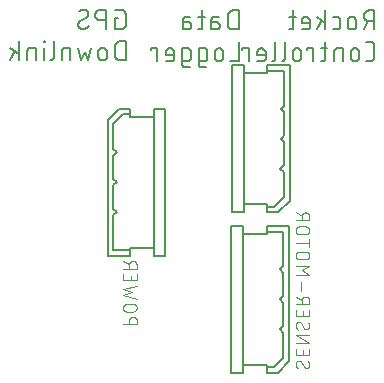
<source format=gbr>
G04 EAGLE Gerber RS-274X export*
G75*
%MOMM*%
%FSLAX34Y34*%
%LPD*%
%INSilkscreen Bottom*%
%IPPOS*%
%AMOC8*
5,1,8,0,0,1.08239X$1,22.5*%
G01*
%ADD10C,0.152400*%
%ADD11C,0.127000*%
%ADD12C,0.101600*%


D10*
X137356Y342013D02*
X134647Y342013D01*
X134647Y332982D01*
X140065Y332982D01*
X140183Y332984D01*
X140301Y332990D01*
X140419Y332999D01*
X140536Y333013D01*
X140653Y333030D01*
X140770Y333051D01*
X140885Y333076D01*
X141000Y333105D01*
X141114Y333138D01*
X141226Y333174D01*
X141337Y333214D01*
X141447Y333257D01*
X141556Y333304D01*
X141663Y333354D01*
X141768Y333409D01*
X141871Y333466D01*
X141972Y333527D01*
X142072Y333591D01*
X142169Y333658D01*
X142264Y333728D01*
X142356Y333802D01*
X142447Y333878D01*
X142534Y333958D01*
X142619Y334040D01*
X142701Y334125D01*
X142781Y334212D01*
X142857Y334303D01*
X142931Y334395D01*
X143001Y334490D01*
X143068Y334587D01*
X143132Y334687D01*
X143193Y334788D01*
X143250Y334891D01*
X143305Y334996D01*
X143355Y335103D01*
X143402Y335212D01*
X143445Y335322D01*
X143485Y335433D01*
X143521Y335545D01*
X143554Y335659D01*
X143583Y335774D01*
X143608Y335889D01*
X143629Y336006D01*
X143646Y336123D01*
X143660Y336240D01*
X143669Y336358D01*
X143675Y336476D01*
X143677Y336594D01*
X143678Y336594D02*
X143678Y345626D01*
X143677Y345626D02*
X143675Y345744D01*
X143669Y345862D01*
X143660Y345980D01*
X143646Y346097D01*
X143629Y346214D01*
X143608Y346331D01*
X143583Y346446D01*
X143554Y346561D01*
X143521Y346675D01*
X143485Y346787D01*
X143445Y346898D01*
X143402Y347008D01*
X143355Y347117D01*
X143305Y347224D01*
X143250Y347329D01*
X143193Y347432D01*
X143132Y347533D01*
X143068Y347633D01*
X143001Y347730D01*
X142931Y347825D01*
X142857Y347917D01*
X142781Y348008D01*
X142701Y348095D01*
X142619Y348180D01*
X142534Y348262D01*
X142447Y348342D01*
X142356Y348418D01*
X142264Y348492D01*
X142169Y348562D01*
X142072Y348629D01*
X141972Y348693D01*
X141871Y348754D01*
X141768Y348811D01*
X141663Y348866D01*
X141556Y348916D01*
X141447Y348963D01*
X141337Y349006D01*
X141226Y349046D01*
X141114Y349082D01*
X141000Y349115D01*
X140885Y349144D01*
X140770Y349169D01*
X140653Y349190D01*
X140536Y349207D01*
X140419Y349221D01*
X140301Y349230D01*
X140183Y349236D01*
X140065Y349238D01*
X134647Y349238D01*
X126793Y349238D02*
X126793Y332982D01*
X126793Y349238D02*
X122278Y349238D01*
X122145Y349236D01*
X122013Y349230D01*
X121881Y349220D01*
X121749Y349207D01*
X121617Y349189D01*
X121487Y349168D01*
X121356Y349143D01*
X121227Y349114D01*
X121099Y349081D01*
X120971Y349045D01*
X120845Y349005D01*
X120720Y348961D01*
X120596Y348913D01*
X120474Y348862D01*
X120353Y348807D01*
X120234Y348749D01*
X120116Y348687D01*
X120001Y348622D01*
X119887Y348553D01*
X119776Y348482D01*
X119667Y348406D01*
X119560Y348328D01*
X119455Y348247D01*
X119353Y348162D01*
X119253Y348075D01*
X119156Y347985D01*
X119061Y347892D01*
X118970Y347796D01*
X118881Y347698D01*
X118795Y347597D01*
X118712Y347493D01*
X118632Y347387D01*
X118556Y347279D01*
X118482Y347169D01*
X118412Y347056D01*
X118345Y346942D01*
X118282Y346825D01*
X118222Y346707D01*
X118165Y346587D01*
X118112Y346465D01*
X118063Y346342D01*
X118017Y346218D01*
X117975Y346092D01*
X117937Y345965D01*
X117902Y345837D01*
X117871Y345708D01*
X117844Y345579D01*
X117821Y345448D01*
X117801Y345317D01*
X117786Y345185D01*
X117774Y345053D01*
X117766Y344921D01*
X117762Y344788D01*
X117762Y344656D01*
X117766Y344523D01*
X117774Y344391D01*
X117786Y344259D01*
X117801Y344127D01*
X117821Y343996D01*
X117844Y343865D01*
X117871Y343736D01*
X117902Y343607D01*
X117937Y343479D01*
X117975Y343352D01*
X118017Y343226D01*
X118063Y343102D01*
X118112Y342979D01*
X118165Y342857D01*
X118222Y342737D01*
X118282Y342619D01*
X118345Y342502D01*
X118412Y342388D01*
X118482Y342275D01*
X118556Y342165D01*
X118632Y342057D01*
X118712Y341951D01*
X118795Y341847D01*
X118881Y341746D01*
X118970Y341648D01*
X119061Y341552D01*
X119156Y341459D01*
X119253Y341369D01*
X119353Y341282D01*
X119455Y341197D01*
X119560Y341116D01*
X119667Y341038D01*
X119776Y340962D01*
X119887Y340891D01*
X120001Y340822D01*
X120116Y340757D01*
X120234Y340695D01*
X120353Y340637D01*
X120474Y340582D01*
X120596Y340531D01*
X120720Y340483D01*
X120845Y340439D01*
X120971Y340399D01*
X121099Y340363D01*
X121227Y340330D01*
X121356Y340301D01*
X121487Y340276D01*
X121617Y340255D01*
X121749Y340237D01*
X121881Y340224D01*
X122013Y340214D01*
X122145Y340208D01*
X122278Y340206D01*
X122278Y340207D02*
X126793Y340207D01*
X106997Y332982D02*
X106879Y332984D01*
X106761Y332990D01*
X106643Y332999D01*
X106526Y333013D01*
X106409Y333030D01*
X106292Y333051D01*
X106177Y333076D01*
X106062Y333105D01*
X105948Y333138D01*
X105836Y333174D01*
X105725Y333214D01*
X105615Y333257D01*
X105506Y333304D01*
X105399Y333354D01*
X105294Y333409D01*
X105191Y333466D01*
X105090Y333527D01*
X104990Y333591D01*
X104893Y333658D01*
X104798Y333728D01*
X104706Y333802D01*
X104615Y333878D01*
X104528Y333958D01*
X104443Y334040D01*
X104361Y334125D01*
X104281Y334212D01*
X104205Y334303D01*
X104131Y334395D01*
X104061Y334490D01*
X103994Y334587D01*
X103930Y334687D01*
X103869Y334788D01*
X103812Y334891D01*
X103757Y334996D01*
X103707Y335103D01*
X103660Y335212D01*
X103617Y335322D01*
X103577Y335433D01*
X103541Y335545D01*
X103508Y335659D01*
X103479Y335774D01*
X103454Y335889D01*
X103433Y336006D01*
X103416Y336123D01*
X103402Y336240D01*
X103393Y336358D01*
X103387Y336476D01*
X103385Y336594D01*
X106997Y332982D02*
X107180Y332984D01*
X107362Y332991D01*
X107544Y333002D01*
X107726Y333017D01*
X107908Y333037D01*
X108089Y333061D01*
X108269Y333089D01*
X108449Y333121D01*
X108628Y333158D01*
X108805Y333199D01*
X108982Y333245D01*
X109158Y333294D01*
X109333Y333348D01*
X109506Y333406D01*
X109677Y333468D01*
X109848Y333534D01*
X110016Y333605D01*
X110183Y333679D01*
X110348Y333757D01*
X110511Y333839D01*
X110672Y333925D01*
X110831Y334015D01*
X110988Y334109D01*
X111142Y334206D01*
X111294Y334307D01*
X111444Y334412D01*
X111591Y334520D01*
X111735Y334631D01*
X111877Y334746D01*
X112016Y334865D01*
X112152Y334987D01*
X112285Y335112D01*
X112415Y335240D01*
X111963Y345626D02*
X111961Y345744D01*
X111955Y345862D01*
X111946Y345980D01*
X111932Y346097D01*
X111915Y346214D01*
X111894Y346331D01*
X111869Y346446D01*
X111840Y346561D01*
X111807Y346675D01*
X111771Y346787D01*
X111731Y346898D01*
X111688Y347008D01*
X111641Y347117D01*
X111591Y347224D01*
X111536Y347329D01*
X111479Y347432D01*
X111418Y347533D01*
X111354Y347633D01*
X111287Y347730D01*
X111217Y347825D01*
X111143Y347917D01*
X111067Y348008D01*
X110987Y348095D01*
X110905Y348180D01*
X110820Y348262D01*
X110733Y348342D01*
X110642Y348418D01*
X110550Y348492D01*
X110455Y348562D01*
X110358Y348629D01*
X110258Y348693D01*
X110157Y348754D01*
X110054Y348811D01*
X109949Y348866D01*
X109842Y348916D01*
X109733Y348963D01*
X109623Y349006D01*
X109512Y349046D01*
X109400Y349082D01*
X109286Y349115D01*
X109171Y349144D01*
X109056Y349169D01*
X108939Y349190D01*
X108822Y349207D01*
X108705Y349221D01*
X108587Y349230D01*
X108469Y349236D01*
X108351Y349238D01*
X108190Y349236D01*
X108028Y349230D01*
X107867Y349221D01*
X107706Y349207D01*
X107546Y349190D01*
X107386Y349169D01*
X107226Y349144D01*
X107067Y349115D01*
X106909Y349083D01*
X106752Y349047D01*
X106596Y349007D01*
X106440Y348963D01*
X106286Y348915D01*
X106133Y348864D01*
X105981Y348810D01*
X105830Y348751D01*
X105681Y348690D01*
X105534Y348624D01*
X105388Y348555D01*
X105243Y348483D01*
X105101Y348407D01*
X104960Y348328D01*
X104821Y348246D01*
X104685Y348160D01*
X104550Y348071D01*
X104417Y347979D01*
X104287Y347883D01*
X110158Y342465D02*
X110259Y342527D01*
X110359Y342592D01*
X110456Y342661D01*
X110551Y342733D01*
X110644Y342807D01*
X110734Y342885D01*
X110822Y342966D01*
X110907Y343049D01*
X110989Y343135D01*
X111068Y343224D01*
X111145Y343315D01*
X111218Y343409D01*
X111289Y343505D01*
X111356Y343603D01*
X111420Y343703D01*
X111481Y343806D01*
X111538Y343910D01*
X111592Y344016D01*
X111642Y344124D01*
X111689Y344233D01*
X111733Y344344D01*
X111773Y344456D01*
X111809Y344570D01*
X111841Y344684D01*
X111870Y344800D01*
X111895Y344916D01*
X111916Y345033D01*
X111933Y345151D01*
X111947Y345269D01*
X111956Y345388D01*
X111962Y345507D01*
X111964Y345626D01*
X105190Y339755D02*
X105089Y339693D01*
X104989Y339628D01*
X104892Y339559D01*
X104797Y339487D01*
X104704Y339413D01*
X104614Y339335D01*
X104526Y339254D01*
X104441Y339171D01*
X104359Y339085D01*
X104280Y338996D01*
X104203Y338905D01*
X104130Y338811D01*
X104059Y338715D01*
X103992Y338617D01*
X103928Y338517D01*
X103867Y338414D01*
X103810Y338310D01*
X103756Y338204D01*
X103706Y338096D01*
X103659Y337987D01*
X103615Y337876D01*
X103575Y337764D01*
X103539Y337650D01*
X103507Y337536D01*
X103478Y337420D01*
X103453Y337304D01*
X103432Y337187D01*
X103415Y337069D01*
X103401Y336951D01*
X103392Y336832D01*
X103386Y336713D01*
X103384Y336594D01*
X105190Y339755D02*
X110158Y342465D01*
X143678Y322568D02*
X143678Y306312D01*
X143678Y322568D02*
X139162Y322568D01*
X139031Y322566D01*
X138899Y322560D01*
X138768Y322551D01*
X138638Y322537D01*
X138507Y322520D01*
X138378Y322499D01*
X138249Y322475D01*
X138121Y322446D01*
X137993Y322414D01*
X137867Y322378D01*
X137742Y322339D01*
X137617Y322296D01*
X137495Y322249D01*
X137373Y322199D01*
X137253Y322145D01*
X137135Y322088D01*
X137019Y322027D01*
X136904Y321963D01*
X136791Y321896D01*
X136680Y321825D01*
X136572Y321751D01*
X136465Y321674D01*
X136361Y321594D01*
X136259Y321511D01*
X136160Y321426D01*
X136063Y321337D01*
X135969Y321245D01*
X135877Y321151D01*
X135788Y321054D01*
X135703Y320955D01*
X135620Y320853D01*
X135540Y320749D01*
X135463Y320642D01*
X135389Y320534D01*
X135318Y320423D01*
X135251Y320310D01*
X135187Y320195D01*
X135126Y320079D01*
X135069Y319961D01*
X135015Y319841D01*
X134965Y319719D01*
X134918Y319597D01*
X134875Y319472D01*
X134836Y319347D01*
X134800Y319221D01*
X134768Y319093D01*
X134739Y318965D01*
X134715Y318836D01*
X134694Y318707D01*
X134677Y318576D01*
X134663Y318446D01*
X134654Y318315D01*
X134648Y318183D01*
X134646Y318052D01*
X134647Y318052D02*
X134647Y310828D01*
X134646Y310828D02*
X134648Y310697D01*
X134654Y310565D01*
X134663Y310434D01*
X134677Y310304D01*
X134694Y310173D01*
X134715Y310044D01*
X134739Y309915D01*
X134768Y309787D01*
X134800Y309659D01*
X134836Y309533D01*
X134875Y309408D01*
X134918Y309283D01*
X134965Y309161D01*
X135015Y309039D01*
X135069Y308919D01*
X135126Y308801D01*
X135187Y308685D01*
X135251Y308570D01*
X135318Y308457D01*
X135389Y308346D01*
X135463Y308238D01*
X135540Y308131D01*
X135620Y308027D01*
X135703Y307925D01*
X135788Y307826D01*
X135877Y307729D01*
X135969Y307635D01*
X136063Y307543D01*
X136160Y307454D01*
X136259Y307369D01*
X136361Y307286D01*
X136465Y307206D01*
X136572Y307129D01*
X136680Y307055D01*
X136791Y306984D01*
X136904Y306917D01*
X137019Y306853D01*
X137135Y306792D01*
X137253Y306735D01*
X137373Y306681D01*
X137495Y306631D01*
X137617Y306584D01*
X137742Y306541D01*
X137867Y306502D01*
X137993Y306466D01*
X138121Y306434D01*
X138249Y306405D01*
X138378Y306381D01*
X138507Y306360D01*
X138638Y306343D01*
X138768Y306329D01*
X138899Y306320D01*
X139031Y306314D01*
X139162Y306312D01*
X143678Y306312D01*
X127664Y309924D02*
X127664Y313537D01*
X127662Y313656D01*
X127656Y313776D01*
X127646Y313895D01*
X127632Y314013D01*
X127615Y314132D01*
X127593Y314249D01*
X127568Y314366D01*
X127538Y314481D01*
X127505Y314596D01*
X127468Y314710D01*
X127428Y314822D01*
X127383Y314933D01*
X127335Y315042D01*
X127284Y315150D01*
X127229Y315256D01*
X127170Y315360D01*
X127108Y315462D01*
X127043Y315562D01*
X126974Y315660D01*
X126902Y315756D01*
X126827Y315849D01*
X126750Y315939D01*
X126669Y316027D01*
X126585Y316112D01*
X126498Y316194D01*
X126409Y316274D01*
X126317Y316350D01*
X126223Y316424D01*
X126126Y316494D01*
X126028Y316561D01*
X125927Y316625D01*
X125823Y316685D01*
X125718Y316742D01*
X125611Y316795D01*
X125503Y316845D01*
X125393Y316891D01*
X125281Y316933D01*
X125168Y316972D01*
X125054Y317007D01*
X124939Y317038D01*
X124822Y317066D01*
X124705Y317089D01*
X124588Y317109D01*
X124469Y317125D01*
X124350Y317137D01*
X124231Y317145D01*
X124112Y317149D01*
X123992Y317149D01*
X123873Y317145D01*
X123754Y317137D01*
X123635Y317125D01*
X123516Y317109D01*
X123399Y317089D01*
X123282Y317066D01*
X123165Y317038D01*
X123050Y317007D01*
X122936Y316972D01*
X122823Y316933D01*
X122711Y316891D01*
X122601Y316845D01*
X122493Y316795D01*
X122386Y316742D01*
X122281Y316685D01*
X122177Y316625D01*
X122076Y316561D01*
X121978Y316494D01*
X121881Y316424D01*
X121787Y316350D01*
X121695Y316274D01*
X121606Y316194D01*
X121519Y316112D01*
X121435Y316027D01*
X121354Y315939D01*
X121277Y315849D01*
X121202Y315756D01*
X121130Y315660D01*
X121061Y315562D01*
X120996Y315462D01*
X120934Y315360D01*
X120875Y315256D01*
X120820Y315150D01*
X120769Y315042D01*
X120721Y314933D01*
X120676Y314822D01*
X120636Y314710D01*
X120599Y314596D01*
X120566Y314481D01*
X120536Y314366D01*
X120511Y314249D01*
X120489Y314132D01*
X120472Y314013D01*
X120458Y313895D01*
X120448Y313776D01*
X120442Y313656D01*
X120440Y313537D01*
X120440Y309924D01*
X120442Y309805D01*
X120448Y309685D01*
X120458Y309566D01*
X120472Y309448D01*
X120489Y309329D01*
X120511Y309212D01*
X120536Y309095D01*
X120566Y308980D01*
X120599Y308865D01*
X120636Y308751D01*
X120676Y308639D01*
X120721Y308528D01*
X120769Y308419D01*
X120820Y308311D01*
X120875Y308205D01*
X120934Y308101D01*
X120996Y307999D01*
X121061Y307899D01*
X121130Y307801D01*
X121202Y307705D01*
X121277Y307612D01*
X121354Y307522D01*
X121435Y307434D01*
X121519Y307349D01*
X121606Y307267D01*
X121695Y307187D01*
X121787Y307111D01*
X121881Y307037D01*
X121978Y306967D01*
X122076Y306900D01*
X122177Y306836D01*
X122281Y306776D01*
X122386Y306719D01*
X122493Y306666D01*
X122601Y306616D01*
X122711Y306570D01*
X122823Y306528D01*
X122936Y306489D01*
X123050Y306454D01*
X123165Y306423D01*
X123282Y306395D01*
X123399Y306372D01*
X123516Y306352D01*
X123635Y306336D01*
X123754Y306324D01*
X123873Y306316D01*
X123992Y306312D01*
X124112Y306312D01*
X124231Y306316D01*
X124350Y306324D01*
X124469Y306336D01*
X124588Y306352D01*
X124705Y306372D01*
X124822Y306395D01*
X124939Y306423D01*
X125054Y306454D01*
X125168Y306489D01*
X125281Y306528D01*
X125393Y306570D01*
X125503Y306616D01*
X125611Y306666D01*
X125718Y306719D01*
X125823Y306776D01*
X125927Y306836D01*
X126028Y306900D01*
X126126Y306967D01*
X126223Y307037D01*
X126317Y307111D01*
X126409Y307187D01*
X126498Y307267D01*
X126585Y307349D01*
X126669Y307434D01*
X126750Y307522D01*
X126827Y307612D01*
X126902Y307705D01*
X126974Y307801D01*
X127043Y307899D01*
X127108Y307999D01*
X127170Y308101D01*
X127229Y308205D01*
X127284Y308311D01*
X127335Y308419D01*
X127383Y308528D01*
X127428Y308639D01*
X127468Y308751D01*
X127505Y308865D01*
X127538Y308980D01*
X127568Y309095D01*
X127593Y309212D01*
X127615Y309329D01*
X127632Y309448D01*
X127646Y309566D01*
X127656Y309685D01*
X127662Y309805D01*
X127664Y309924D01*
X114360Y317149D02*
X111651Y306312D01*
X108942Y313537D01*
X106232Y306312D01*
X103523Y317149D01*
X96923Y317149D02*
X96923Y306312D01*
X96923Y317149D02*
X92408Y317149D01*
X92304Y317147D01*
X92201Y317141D01*
X92097Y317131D01*
X91994Y317117D01*
X91892Y317099D01*
X91791Y317078D01*
X91690Y317052D01*
X91591Y317023D01*
X91492Y316990D01*
X91395Y316953D01*
X91300Y316912D01*
X91206Y316868D01*
X91114Y316820D01*
X91024Y316769D01*
X90935Y316714D01*
X90849Y316656D01*
X90766Y316594D01*
X90684Y316530D01*
X90606Y316462D01*
X90530Y316392D01*
X90456Y316319D01*
X90386Y316242D01*
X90318Y316164D01*
X90254Y316082D01*
X90192Y315999D01*
X90134Y315913D01*
X90079Y315824D01*
X90028Y315734D01*
X89980Y315642D01*
X89936Y315548D01*
X89895Y315453D01*
X89858Y315356D01*
X89825Y315257D01*
X89796Y315158D01*
X89770Y315057D01*
X89749Y314956D01*
X89731Y314854D01*
X89717Y314751D01*
X89707Y314647D01*
X89701Y314544D01*
X89699Y314440D01*
X89698Y314440D02*
X89698Y306312D01*
X82618Y309021D02*
X82618Y322568D01*
X82618Y309021D02*
X82616Y308920D01*
X82610Y308819D01*
X82601Y308718D01*
X82588Y308617D01*
X82571Y308517D01*
X82550Y308418D01*
X82526Y308320D01*
X82498Y308223D01*
X82466Y308126D01*
X82431Y308031D01*
X82392Y307938D01*
X82350Y307846D01*
X82304Y307755D01*
X82255Y307667D01*
X82203Y307580D01*
X82147Y307495D01*
X82089Y307412D01*
X82027Y307332D01*
X81962Y307254D01*
X81895Y307178D01*
X81825Y307105D01*
X81752Y307035D01*
X81676Y306968D01*
X81598Y306903D01*
X81518Y306841D01*
X81435Y306783D01*
X81350Y306727D01*
X81263Y306675D01*
X81175Y306626D01*
X81084Y306580D01*
X80992Y306538D01*
X80899Y306499D01*
X80804Y306464D01*
X80707Y306432D01*
X80610Y306404D01*
X80512Y306380D01*
X80413Y306359D01*
X80313Y306342D01*
X80212Y306329D01*
X80111Y306320D01*
X80010Y306314D01*
X79909Y306312D01*
X74553Y306312D02*
X74553Y317149D01*
X75005Y321665D02*
X75005Y322568D01*
X74102Y322568D01*
X74102Y321665D01*
X75005Y321665D01*
X67745Y317149D02*
X67745Y306312D01*
X67745Y317149D02*
X63229Y317149D01*
X63125Y317147D01*
X63022Y317141D01*
X62918Y317131D01*
X62815Y317117D01*
X62713Y317099D01*
X62612Y317078D01*
X62511Y317052D01*
X62412Y317023D01*
X62313Y316990D01*
X62216Y316953D01*
X62121Y316912D01*
X62027Y316868D01*
X61935Y316820D01*
X61845Y316769D01*
X61756Y316714D01*
X61670Y316656D01*
X61587Y316594D01*
X61505Y316530D01*
X61427Y316462D01*
X61351Y316392D01*
X61277Y316319D01*
X61207Y316242D01*
X61139Y316164D01*
X61075Y316082D01*
X61013Y315999D01*
X60955Y315913D01*
X60900Y315824D01*
X60849Y315734D01*
X60801Y315642D01*
X60757Y315548D01*
X60716Y315453D01*
X60679Y315356D01*
X60646Y315257D01*
X60617Y315158D01*
X60591Y315057D01*
X60570Y314956D01*
X60552Y314854D01*
X60538Y314751D01*
X60528Y314647D01*
X60522Y314544D01*
X60520Y314440D01*
X60520Y306312D01*
X52987Y306312D02*
X52987Y322568D01*
X45762Y317149D02*
X52987Y311731D01*
X49826Y313988D02*
X45762Y306312D01*
X239238Y332432D02*
X239238Y348688D01*
X234722Y348688D01*
X234591Y348686D01*
X234459Y348680D01*
X234328Y348671D01*
X234198Y348657D01*
X234067Y348640D01*
X233938Y348619D01*
X233809Y348595D01*
X233681Y348566D01*
X233553Y348534D01*
X233427Y348498D01*
X233302Y348459D01*
X233177Y348416D01*
X233055Y348369D01*
X232933Y348319D01*
X232813Y348265D01*
X232695Y348208D01*
X232579Y348147D01*
X232464Y348083D01*
X232351Y348016D01*
X232240Y347945D01*
X232132Y347871D01*
X232025Y347794D01*
X231921Y347714D01*
X231819Y347631D01*
X231720Y347546D01*
X231623Y347457D01*
X231529Y347365D01*
X231437Y347271D01*
X231348Y347174D01*
X231263Y347075D01*
X231180Y346973D01*
X231100Y346869D01*
X231023Y346762D01*
X230949Y346654D01*
X230878Y346543D01*
X230811Y346430D01*
X230747Y346315D01*
X230686Y346199D01*
X230629Y346081D01*
X230575Y345961D01*
X230525Y345839D01*
X230478Y345717D01*
X230435Y345592D01*
X230396Y345467D01*
X230360Y345341D01*
X230328Y345213D01*
X230299Y345085D01*
X230275Y344956D01*
X230254Y344827D01*
X230237Y344696D01*
X230223Y344566D01*
X230214Y344435D01*
X230208Y344303D01*
X230206Y344172D01*
X230207Y344172D02*
X230207Y336948D01*
X230206Y336948D02*
X230208Y336817D01*
X230214Y336685D01*
X230223Y336554D01*
X230237Y336424D01*
X230254Y336293D01*
X230275Y336164D01*
X230299Y336035D01*
X230328Y335907D01*
X230360Y335779D01*
X230396Y335653D01*
X230435Y335528D01*
X230478Y335403D01*
X230525Y335281D01*
X230575Y335159D01*
X230629Y335039D01*
X230686Y334921D01*
X230747Y334805D01*
X230811Y334690D01*
X230878Y334577D01*
X230949Y334466D01*
X231023Y334358D01*
X231100Y334251D01*
X231180Y334147D01*
X231263Y334045D01*
X231348Y333946D01*
X231437Y333849D01*
X231529Y333755D01*
X231623Y333663D01*
X231720Y333574D01*
X231819Y333489D01*
X231921Y333406D01*
X232025Y333326D01*
X232132Y333249D01*
X232240Y333175D01*
X232351Y333104D01*
X232464Y333037D01*
X232579Y332973D01*
X232695Y332912D01*
X232813Y332855D01*
X232933Y332801D01*
X233055Y332751D01*
X233177Y332704D01*
X233302Y332661D01*
X233427Y332622D01*
X233553Y332586D01*
X233681Y332554D01*
X233809Y332525D01*
X233938Y332501D01*
X234067Y332480D01*
X234198Y332463D01*
X234328Y332449D01*
X234459Y332440D01*
X234591Y332434D01*
X234722Y332432D01*
X239238Y332432D01*
X220137Y338754D02*
X216073Y338754D01*
X220137Y338754D02*
X220249Y338752D01*
X220360Y338746D01*
X220471Y338736D01*
X220582Y338723D01*
X220692Y338705D01*
X220801Y338683D01*
X220910Y338658D01*
X221018Y338629D01*
X221124Y338596D01*
X221230Y338559D01*
X221334Y338519D01*
X221436Y338475D01*
X221537Y338427D01*
X221636Y338376D01*
X221734Y338321D01*
X221829Y338263D01*
X221922Y338202D01*
X222013Y338137D01*
X222102Y338069D01*
X222188Y337998D01*
X222271Y337925D01*
X222352Y337848D01*
X222431Y337768D01*
X222506Y337686D01*
X222578Y337601D01*
X222648Y337514D01*
X222714Y337424D01*
X222777Y337332D01*
X222837Y337237D01*
X222893Y337141D01*
X222946Y337043D01*
X222995Y336943D01*
X223041Y336841D01*
X223083Y336738D01*
X223122Y336633D01*
X223157Y336527D01*
X223188Y336420D01*
X223215Y336312D01*
X223239Y336203D01*
X223258Y336093D01*
X223274Y335983D01*
X223286Y335872D01*
X223294Y335760D01*
X223298Y335649D01*
X223298Y335537D01*
X223294Y335426D01*
X223286Y335314D01*
X223274Y335203D01*
X223258Y335093D01*
X223239Y334983D01*
X223215Y334874D01*
X223188Y334766D01*
X223157Y334659D01*
X223122Y334553D01*
X223083Y334448D01*
X223041Y334345D01*
X222995Y334243D01*
X222946Y334143D01*
X222893Y334045D01*
X222837Y333949D01*
X222777Y333854D01*
X222714Y333762D01*
X222648Y333672D01*
X222578Y333585D01*
X222506Y333500D01*
X222431Y333418D01*
X222352Y333338D01*
X222271Y333261D01*
X222188Y333188D01*
X222102Y333117D01*
X222013Y333049D01*
X221922Y332984D01*
X221829Y332923D01*
X221734Y332865D01*
X221636Y332810D01*
X221537Y332759D01*
X221436Y332711D01*
X221334Y332667D01*
X221230Y332627D01*
X221124Y332590D01*
X221018Y332557D01*
X220910Y332528D01*
X220801Y332503D01*
X220692Y332481D01*
X220582Y332463D01*
X220471Y332450D01*
X220360Y332440D01*
X220249Y332434D01*
X220137Y332432D01*
X216073Y332432D01*
X216073Y340560D01*
X216075Y340661D01*
X216081Y340762D01*
X216090Y340863D01*
X216103Y340964D01*
X216120Y341064D01*
X216141Y341163D01*
X216165Y341261D01*
X216193Y341358D01*
X216225Y341455D01*
X216260Y341550D01*
X216299Y341643D01*
X216341Y341735D01*
X216387Y341826D01*
X216436Y341915D01*
X216488Y342001D01*
X216544Y342086D01*
X216602Y342169D01*
X216664Y342249D01*
X216729Y342327D01*
X216796Y342403D01*
X216866Y342476D01*
X216939Y342546D01*
X217015Y342613D01*
X217093Y342678D01*
X217173Y342740D01*
X217256Y342798D01*
X217341Y342854D01*
X217428Y342906D01*
X217516Y342955D01*
X217607Y343001D01*
X217699Y343043D01*
X217792Y343082D01*
X217887Y343117D01*
X217984Y343149D01*
X218081Y343177D01*
X218179Y343201D01*
X218278Y343222D01*
X218378Y343239D01*
X218479Y343252D01*
X218580Y343261D01*
X218681Y343267D01*
X218782Y343269D01*
X222395Y343269D01*
X210454Y343269D02*
X205035Y343269D01*
X208648Y348688D02*
X208648Y335141D01*
X208647Y335141D02*
X208645Y335040D01*
X208639Y334939D01*
X208630Y334838D01*
X208617Y334737D01*
X208600Y334637D01*
X208579Y334538D01*
X208555Y334440D01*
X208527Y334343D01*
X208495Y334246D01*
X208460Y334151D01*
X208421Y334058D01*
X208379Y333966D01*
X208333Y333875D01*
X208284Y333787D01*
X208232Y333700D01*
X208176Y333615D01*
X208118Y333532D01*
X208056Y333452D01*
X207991Y333374D01*
X207924Y333298D01*
X207854Y333225D01*
X207781Y333155D01*
X207705Y333088D01*
X207627Y333023D01*
X207547Y332961D01*
X207464Y332903D01*
X207379Y332847D01*
X207293Y332795D01*
X207204Y332746D01*
X207113Y332700D01*
X207021Y332658D01*
X206928Y332619D01*
X206833Y332584D01*
X206736Y332552D01*
X206639Y332524D01*
X206541Y332500D01*
X206442Y332479D01*
X206342Y332462D01*
X206241Y332449D01*
X206140Y332440D01*
X206039Y332434D01*
X205938Y332432D01*
X205035Y332432D01*
X196169Y338754D02*
X192105Y338754D01*
X196169Y338754D02*
X196281Y338752D01*
X196392Y338746D01*
X196503Y338736D01*
X196614Y338723D01*
X196724Y338705D01*
X196833Y338683D01*
X196942Y338658D01*
X197050Y338629D01*
X197156Y338596D01*
X197262Y338559D01*
X197366Y338519D01*
X197468Y338475D01*
X197569Y338427D01*
X197668Y338376D01*
X197766Y338321D01*
X197861Y338263D01*
X197954Y338202D01*
X198045Y338137D01*
X198134Y338069D01*
X198220Y337998D01*
X198303Y337925D01*
X198384Y337848D01*
X198463Y337768D01*
X198538Y337686D01*
X198610Y337601D01*
X198680Y337514D01*
X198746Y337424D01*
X198809Y337332D01*
X198869Y337237D01*
X198925Y337141D01*
X198978Y337043D01*
X199027Y336943D01*
X199073Y336841D01*
X199115Y336738D01*
X199154Y336633D01*
X199189Y336527D01*
X199220Y336420D01*
X199247Y336312D01*
X199271Y336203D01*
X199290Y336093D01*
X199306Y335983D01*
X199318Y335872D01*
X199326Y335760D01*
X199330Y335649D01*
X199330Y335537D01*
X199326Y335426D01*
X199318Y335314D01*
X199306Y335203D01*
X199290Y335093D01*
X199271Y334983D01*
X199247Y334874D01*
X199220Y334766D01*
X199189Y334659D01*
X199154Y334553D01*
X199115Y334448D01*
X199073Y334345D01*
X199027Y334243D01*
X198978Y334143D01*
X198925Y334045D01*
X198869Y333949D01*
X198809Y333854D01*
X198746Y333762D01*
X198680Y333672D01*
X198610Y333585D01*
X198538Y333500D01*
X198463Y333418D01*
X198384Y333338D01*
X198303Y333261D01*
X198220Y333188D01*
X198134Y333117D01*
X198045Y333049D01*
X197954Y332984D01*
X197861Y332923D01*
X197766Y332865D01*
X197668Y332810D01*
X197569Y332759D01*
X197468Y332711D01*
X197366Y332667D01*
X197262Y332627D01*
X197156Y332590D01*
X197050Y332557D01*
X196942Y332528D01*
X196833Y332503D01*
X196724Y332481D01*
X196614Y332463D01*
X196503Y332450D01*
X196392Y332440D01*
X196281Y332434D01*
X196169Y332432D01*
X192105Y332432D01*
X192105Y340560D01*
X192106Y340560D02*
X192108Y340661D01*
X192114Y340762D01*
X192123Y340863D01*
X192136Y340964D01*
X192153Y341064D01*
X192174Y341163D01*
X192198Y341261D01*
X192226Y341358D01*
X192258Y341455D01*
X192293Y341550D01*
X192332Y341643D01*
X192374Y341735D01*
X192420Y341826D01*
X192469Y341915D01*
X192521Y342001D01*
X192577Y342086D01*
X192635Y342169D01*
X192697Y342249D01*
X192762Y342327D01*
X192829Y342403D01*
X192899Y342476D01*
X192972Y342546D01*
X193048Y342613D01*
X193126Y342678D01*
X193206Y342740D01*
X193289Y342798D01*
X193374Y342854D01*
X193461Y342906D01*
X193549Y342955D01*
X193640Y343001D01*
X193732Y343043D01*
X193825Y343082D01*
X193920Y343117D01*
X194017Y343149D01*
X194114Y343177D01*
X194212Y343201D01*
X194311Y343222D01*
X194411Y343239D01*
X194512Y343252D01*
X194613Y343261D01*
X194714Y343267D01*
X194815Y343269D01*
X198427Y343269D01*
X239238Y322018D02*
X239238Y305762D01*
X232013Y305762D01*
X226381Y309374D02*
X226381Y312987D01*
X226380Y312987D02*
X226378Y313106D01*
X226372Y313226D01*
X226362Y313345D01*
X226348Y313463D01*
X226331Y313582D01*
X226309Y313699D01*
X226284Y313816D01*
X226254Y313931D01*
X226221Y314046D01*
X226184Y314160D01*
X226144Y314272D01*
X226099Y314383D01*
X226051Y314492D01*
X226000Y314600D01*
X225945Y314706D01*
X225886Y314810D01*
X225824Y314912D01*
X225759Y315012D01*
X225690Y315110D01*
X225618Y315206D01*
X225543Y315299D01*
X225466Y315389D01*
X225385Y315477D01*
X225301Y315562D01*
X225214Y315644D01*
X225125Y315724D01*
X225033Y315800D01*
X224939Y315874D01*
X224842Y315944D01*
X224744Y316011D01*
X224643Y316075D01*
X224539Y316135D01*
X224434Y316192D01*
X224327Y316245D01*
X224219Y316295D01*
X224109Y316341D01*
X223997Y316383D01*
X223884Y316422D01*
X223770Y316457D01*
X223655Y316488D01*
X223538Y316516D01*
X223421Y316539D01*
X223304Y316559D01*
X223185Y316575D01*
X223066Y316587D01*
X222947Y316595D01*
X222828Y316599D01*
X222708Y316599D01*
X222589Y316595D01*
X222470Y316587D01*
X222351Y316575D01*
X222232Y316559D01*
X222115Y316539D01*
X221998Y316516D01*
X221881Y316488D01*
X221766Y316457D01*
X221652Y316422D01*
X221539Y316383D01*
X221427Y316341D01*
X221317Y316295D01*
X221209Y316245D01*
X221102Y316192D01*
X220997Y316135D01*
X220893Y316075D01*
X220792Y316011D01*
X220694Y315944D01*
X220597Y315874D01*
X220503Y315800D01*
X220411Y315724D01*
X220322Y315644D01*
X220235Y315562D01*
X220151Y315477D01*
X220070Y315389D01*
X219993Y315299D01*
X219918Y315206D01*
X219846Y315110D01*
X219777Y315012D01*
X219712Y314912D01*
X219650Y314810D01*
X219591Y314706D01*
X219536Y314600D01*
X219485Y314492D01*
X219437Y314383D01*
X219392Y314272D01*
X219352Y314160D01*
X219315Y314046D01*
X219282Y313931D01*
X219252Y313816D01*
X219227Y313699D01*
X219205Y313582D01*
X219188Y313463D01*
X219174Y313345D01*
X219164Y313226D01*
X219158Y313106D01*
X219156Y312987D01*
X219156Y309374D01*
X219158Y309255D01*
X219164Y309135D01*
X219174Y309016D01*
X219188Y308898D01*
X219205Y308779D01*
X219227Y308662D01*
X219252Y308545D01*
X219282Y308430D01*
X219315Y308315D01*
X219352Y308201D01*
X219392Y308089D01*
X219437Y307978D01*
X219485Y307869D01*
X219536Y307761D01*
X219591Y307655D01*
X219650Y307551D01*
X219712Y307449D01*
X219777Y307349D01*
X219846Y307251D01*
X219918Y307155D01*
X219993Y307062D01*
X220070Y306972D01*
X220151Y306884D01*
X220235Y306799D01*
X220322Y306717D01*
X220411Y306637D01*
X220503Y306561D01*
X220597Y306487D01*
X220694Y306417D01*
X220792Y306350D01*
X220893Y306286D01*
X220997Y306226D01*
X221102Y306169D01*
X221209Y306116D01*
X221317Y306066D01*
X221427Y306020D01*
X221539Y305978D01*
X221652Y305939D01*
X221766Y305904D01*
X221881Y305873D01*
X221998Y305845D01*
X222115Y305822D01*
X222232Y305802D01*
X222351Y305786D01*
X222470Y305774D01*
X222589Y305766D01*
X222708Y305762D01*
X222828Y305762D01*
X222947Y305766D01*
X223066Y305774D01*
X223185Y305786D01*
X223304Y305802D01*
X223421Y305822D01*
X223538Y305845D01*
X223655Y305873D01*
X223770Y305904D01*
X223884Y305939D01*
X223997Y305978D01*
X224109Y306020D01*
X224219Y306066D01*
X224327Y306116D01*
X224434Y306169D01*
X224539Y306226D01*
X224643Y306286D01*
X224744Y306350D01*
X224842Y306417D01*
X224939Y306487D01*
X225033Y306561D01*
X225125Y306637D01*
X225214Y306717D01*
X225301Y306799D01*
X225385Y306884D01*
X225466Y306972D01*
X225543Y307062D01*
X225618Y307155D01*
X225690Y307251D01*
X225759Y307349D01*
X225824Y307449D01*
X225886Y307551D01*
X225945Y307655D01*
X226000Y307761D01*
X226051Y307869D01*
X226099Y307978D01*
X226144Y308089D01*
X226184Y308201D01*
X226221Y308315D01*
X226254Y308430D01*
X226284Y308545D01*
X226309Y308662D01*
X226331Y308779D01*
X226348Y308898D01*
X226362Y309016D01*
X226372Y309135D01*
X226378Y309255D01*
X226380Y309374D01*
X210198Y305762D02*
X205682Y305762D01*
X210198Y305762D02*
X210299Y305764D01*
X210400Y305770D01*
X210501Y305779D01*
X210602Y305792D01*
X210702Y305809D01*
X210801Y305830D01*
X210899Y305854D01*
X210996Y305882D01*
X211093Y305914D01*
X211188Y305949D01*
X211281Y305988D01*
X211373Y306030D01*
X211464Y306076D01*
X211553Y306125D01*
X211639Y306177D01*
X211724Y306233D01*
X211807Y306291D01*
X211887Y306353D01*
X211965Y306418D01*
X212041Y306485D01*
X212114Y306555D01*
X212184Y306628D01*
X212251Y306704D01*
X212316Y306782D01*
X212378Y306862D01*
X212436Y306945D01*
X212492Y307030D01*
X212544Y307117D01*
X212593Y307205D01*
X212639Y307296D01*
X212681Y307388D01*
X212720Y307481D01*
X212755Y307576D01*
X212787Y307673D01*
X212815Y307770D01*
X212839Y307868D01*
X212860Y307967D01*
X212877Y308067D01*
X212890Y308168D01*
X212899Y308269D01*
X212905Y308370D01*
X212907Y308471D01*
X212907Y313890D01*
X212905Y313991D01*
X212899Y314092D01*
X212890Y314193D01*
X212877Y314294D01*
X212860Y314394D01*
X212839Y314493D01*
X212815Y314591D01*
X212787Y314688D01*
X212755Y314785D01*
X212720Y314880D01*
X212681Y314973D01*
X212639Y315065D01*
X212593Y315156D01*
X212544Y315245D01*
X212492Y315331D01*
X212436Y315416D01*
X212378Y315499D01*
X212316Y315579D01*
X212251Y315657D01*
X212184Y315733D01*
X212114Y315806D01*
X212041Y315876D01*
X211965Y315943D01*
X211887Y316008D01*
X211807Y316070D01*
X211724Y316128D01*
X211639Y316184D01*
X211553Y316236D01*
X211464Y316285D01*
X211373Y316331D01*
X211281Y316373D01*
X211188Y316412D01*
X211093Y316447D01*
X210996Y316479D01*
X210899Y316507D01*
X210801Y316531D01*
X210702Y316552D01*
X210602Y316569D01*
X210501Y316582D01*
X210400Y316591D01*
X210299Y316597D01*
X210198Y316599D01*
X205682Y316599D01*
X205682Y303053D01*
X205684Y302952D01*
X205690Y302851D01*
X205699Y302750D01*
X205712Y302649D01*
X205729Y302549D01*
X205750Y302450D01*
X205774Y302352D01*
X205802Y302255D01*
X205834Y302158D01*
X205869Y302063D01*
X205908Y301970D01*
X205950Y301878D01*
X205996Y301787D01*
X206045Y301699D01*
X206097Y301612D01*
X206153Y301527D01*
X206211Y301444D01*
X206273Y301364D01*
X206338Y301286D01*
X206405Y301210D01*
X206475Y301137D01*
X206548Y301067D01*
X206624Y301000D01*
X206702Y300935D01*
X206782Y300873D01*
X206865Y300815D01*
X206950Y300759D01*
X207037Y300707D01*
X207125Y300658D01*
X207216Y300612D01*
X207308Y300570D01*
X207401Y300531D01*
X207496Y300496D01*
X207593Y300464D01*
X207690Y300436D01*
X207788Y300412D01*
X207887Y300391D01*
X207987Y300374D01*
X208088Y300361D01*
X208189Y300352D01*
X208290Y300346D01*
X208391Y300344D01*
X208391Y300343D02*
X212004Y300343D01*
X196130Y305762D02*
X191614Y305762D01*
X196130Y305762D02*
X196231Y305764D01*
X196332Y305770D01*
X196433Y305779D01*
X196534Y305792D01*
X196634Y305809D01*
X196733Y305830D01*
X196831Y305854D01*
X196928Y305882D01*
X197025Y305914D01*
X197120Y305949D01*
X197213Y305988D01*
X197305Y306030D01*
X197396Y306076D01*
X197485Y306125D01*
X197571Y306177D01*
X197656Y306233D01*
X197739Y306291D01*
X197819Y306353D01*
X197897Y306418D01*
X197973Y306485D01*
X198046Y306555D01*
X198116Y306628D01*
X198183Y306704D01*
X198248Y306782D01*
X198310Y306862D01*
X198368Y306945D01*
X198424Y307030D01*
X198476Y307117D01*
X198525Y307205D01*
X198571Y307296D01*
X198613Y307388D01*
X198652Y307481D01*
X198687Y307576D01*
X198719Y307673D01*
X198747Y307770D01*
X198771Y307868D01*
X198792Y307967D01*
X198809Y308067D01*
X198822Y308168D01*
X198831Y308269D01*
X198837Y308370D01*
X198839Y308471D01*
X198839Y313890D01*
X198837Y313991D01*
X198831Y314092D01*
X198822Y314193D01*
X198809Y314294D01*
X198792Y314394D01*
X198771Y314493D01*
X198747Y314591D01*
X198719Y314688D01*
X198687Y314785D01*
X198652Y314880D01*
X198613Y314973D01*
X198571Y315065D01*
X198525Y315156D01*
X198476Y315245D01*
X198424Y315331D01*
X198368Y315416D01*
X198310Y315499D01*
X198248Y315579D01*
X198183Y315657D01*
X198116Y315733D01*
X198046Y315806D01*
X197973Y315876D01*
X197897Y315943D01*
X197819Y316008D01*
X197739Y316070D01*
X197656Y316128D01*
X197571Y316184D01*
X197485Y316236D01*
X197396Y316285D01*
X197305Y316331D01*
X197213Y316373D01*
X197120Y316412D01*
X197025Y316447D01*
X196928Y316479D01*
X196831Y316507D01*
X196733Y316531D01*
X196634Y316552D01*
X196534Y316569D01*
X196433Y316582D01*
X196332Y316591D01*
X196231Y316597D01*
X196130Y316599D01*
X191614Y316599D01*
X191614Y303053D01*
X191616Y302952D01*
X191622Y302851D01*
X191631Y302750D01*
X191644Y302649D01*
X191661Y302549D01*
X191682Y302450D01*
X191706Y302352D01*
X191734Y302255D01*
X191766Y302158D01*
X191801Y302063D01*
X191840Y301970D01*
X191882Y301878D01*
X191928Y301787D01*
X191977Y301699D01*
X192029Y301612D01*
X192085Y301527D01*
X192143Y301444D01*
X192205Y301364D01*
X192270Y301286D01*
X192337Y301210D01*
X192407Y301137D01*
X192480Y301067D01*
X192556Y301000D01*
X192634Y300935D01*
X192714Y300873D01*
X192797Y300815D01*
X192882Y300759D01*
X192969Y300707D01*
X193057Y300658D01*
X193148Y300612D01*
X193240Y300570D01*
X193333Y300531D01*
X193428Y300496D01*
X193525Y300464D01*
X193622Y300436D01*
X193720Y300412D01*
X193819Y300391D01*
X193919Y300374D01*
X194020Y300361D01*
X194121Y300352D01*
X194222Y300346D01*
X194323Y300344D01*
X194323Y300343D02*
X197936Y300343D01*
X181988Y305762D02*
X177473Y305762D01*
X181988Y305762D02*
X182089Y305764D01*
X182190Y305770D01*
X182291Y305779D01*
X182392Y305792D01*
X182492Y305809D01*
X182591Y305830D01*
X182689Y305854D01*
X182786Y305882D01*
X182883Y305914D01*
X182978Y305949D01*
X183071Y305988D01*
X183163Y306030D01*
X183254Y306076D01*
X183343Y306125D01*
X183429Y306177D01*
X183514Y306233D01*
X183597Y306291D01*
X183677Y306353D01*
X183755Y306418D01*
X183831Y306485D01*
X183904Y306555D01*
X183974Y306628D01*
X184041Y306704D01*
X184106Y306782D01*
X184168Y306862D01*
X184226Y306945D01*
X184282Y307030D01*
X184334Y307117D01*
X184383Y307205D01*
X184429Y307296D01*
X184471Y307388D01*
X184510Y307481D01*
X184545Y307576D01*
X184577Y307673D01*
X184605Y307770D01*
X184629Y307868D01*
X184650Y307967D01*
X184667Y308067D01*
X184680Y308168D01*
X184689Y308269D01*
X184695Y308370D01*
X184697Y308471D01*
X184698Y308471D02*
X184698Y312987D01*
X184697Y312987D02*
X184695Y313106D01*
X184689Y313226D01*
X184679Y313345D01*
X184665Y313463D01*
X184648Y313582D01*
X184626Y313699D01*
X184601Y313816D01*
X184571Y313931D01*
X184538Y314046D01*
X184501Y314160D01*
X184461Y314272D01*
X184416Y314383D01*
X184368Y314492D01*
X184317Y314600D01*
X184262Y314706D01*
X184203Y314810D01*
X184141Y314912D01*
X184076Y315012D01*
X184007Y315110D01*
X183935Y315206D01*
X183860Y315299D01*
X183783Y315389D01*
X183702Y315477D01*
X183618Y315562D01*
X183531Y315644D01*
X183442Y315724D01*
X183350Y315800D01*
X183256Y315874D01*
X183159Y315944D01*
X183061Y316011D01*
X182960Y316075D01*
X182856Y316135D01*
X182751Y316192D01*
X182644Y316245D01*
X182536Y316295D01*
X182426Y316341D01*
X182314Y316383D01*
X182201Y316422D01*
X182087Y316457D01*
X181972Y316488D01*
X181855Y316516D01*
X181738Y316539D01*
X181621Y316559D01*
X181502Y316575D01*
X181383Y316587D01*
X181264Y316595D01*
X181145Y316599D01*
X181025Y316599D01*
X180906Y316595D01*
X180787Y316587D01*
X180668Y316575D01*
X180549Y316559D01*
X180432Y316539D01*
X180315Y316516D01*
X180198Y316488D01*
X180083Y316457D01*
X179969Y316422D01*
X179856Y316383D01*
X179744Y316341D01*
X179634Y316295D01*
X179526Y316245D01*
X179419Y316192D01*
X179314Y316135D01*
X179210Y316075D01*
X179109Y316011D01*
X179011Y315944D01*
X178914Y315874D01*
X178820Y315800D01*
X178728Y315724D01*
X178639Y315644D01*
X178552Y315562D01*
X178468Y315477D01*
X178387Y315389D01*
X178310Y315299D01*
X178235Y315206D01*
X178163Y315110D01*
X178094Y315012D01*
X178029Y314912D01*
X177967Y314810D01*
X177908Y314706D01*
X177853Y314600D01*
X177802Y314492D01*
X177754Y314383D01*
X177709Y314272D01*
X177669Y314160D01*
X177632Y314046D01*
X177599Y313931D01*
X177569Y313816D01*
X177544Y313699D01*
X177522Y313582D01*
X177505Y313463D01*
X177491Y313345D01*
X177481Y313226D01*
X177475Y313106D01*
X177473Y312987D01*
X177473Y311181D01*
X184698Y311181D01*
X170545Y305762D02*
X170545Y316599D01*
X165126Y316599D01*
X165126Y314793D01*
X354238Y332432D02*
X354238Y348688D01*
X349722Y348688D01*
X349589Y348686D01*
X349457Y348680D01*
X349325Y348670D01*
X349193Y348657D01*
X349061Y348639D01*
X348931Y348618D01*
X348800Y348593D01*
X348671Y348564D01*
X348543Y348531D01*
X348415Y348495D01*
X348289Y348455D01*
X348164Y348411D01*
X348040Y348363D01*
X347918Y348312D01*
X347797Y348257D01*
X347678Y348199D01*
X347560Y348137D01*
X347445Y348072D01*
X347331Y348003D01*
X347220Y347932D01*
X347111Y347856D01*
X347004Y347778D01*
X346899Y347697D01*
X346797Y347612D01*
X346697Y347525D01*
X346600Y347435D01*
X346505Y347342D01*
X346414Y347246D01*
X346325Y347148D01*
X346239Y347047D01*
X346156Y346943D01*
X346076Y346837D01*
X346000Y346729D01*
X345926Y346619D01*
X345856Y346506D01*
X345789Y346392D01*
X345726Y346275D01*
X345666Y346157D01*
X345609Y346037D01*
X345556Y345915D01*
X345507Y345792D01*
X345461Y345668D01*
X345419Y345542D01*
X345381Y345415D01*
X345346Y345287D01*
X345315Y345158D01*
X345288Y345029D01*
X345265Y344898D01*
X345245Y344767D01*
X345230Y344635D01*
X345218Y344503D01*
X345210Y344371D01*
X345206Y344238D01*
X345206Y344106D01*
X345210Y343973D01*
X345218Y343841D01*
X345230Y343709D01*
X345245Y343577D01*
X345265Y343446D01*
X345288Y343315D01*
X345315Y343186D01*
X345346Y343057D01*
X345381Y342929D01*
X345419Y342802D01*
X345461Y342676D01*
X345507Y342552D01*
X345556Y342429D01*
X345609Y342307D01*
X345666Y342187D01*
X345726Y342069D01*
X345789Y341952D01*
X345856Y341838D01*
X345926Y341725D01*
X346000Y341615D01*
X346076Y341507D01*
X346156Y341401D01*
X346239Y341297D01*
X346325Y341196D01*
X346414Y341098D01*
X346505Y341002D01*
X346600Y340909D01*
X346697Y340819D01*
X346797Y340732D01*
X346899Y340647D01*
X347004Y340566D01*
X347111Y340488D01*
X347220Y340412D01*
X347331Y340341D01*
X347445Y340272D01*
X347560Y340207D01*
X347678Y340145D01*
X347797Y340087D01*
X347918Y340032D01*
X348040Y339981D01*
X348164Y339933D01*
X348289Y339889D01*
X348415Y339849D01*
X348543Y339813D01*
X348671Y339780D01*
X348800Y339751D01*
X348931Y339726D01*
X349061Y339705D01*
X349193Y339687D01*
X349325Y339674D01*
X349457Y339664D01*
X349589Y339658D01*
X349722Y339656D01*
X349722Y339657D02*
X354238Y339657D01*
X348819Y339657D02*
X345207Y332432D01*
X338837Y336044D02*
X338837Y339657D01*
X338835Y339776D01*
X338829Y339896D01*
X338819Y340015D01*
X338805Y340133D01*
X338788Y340252D01*
X338766Y340369D01*
X338741Y340486D01*
X338711Y340601D01*
X338678Y340716D01*
X338641Y340830D01*
X338601Y340942D01*
X338556Y341053D01*
X338508Y341162D01*
X338457Y341270D01*
X338402Y341376D01*
X338343Y341480D01*
X338281Y341582D01*
X338216Y341682D01*
X338147Y341780D01*
X338075Y341876D01*
X338000Y341969D01*
X337923Y342059D01*
X337842Y342147D01*
X337758Y342232D01*
X337671Y342314D01*
X337582Y342394D01*
X337490Y342470D01*
X337396Y342544D01*
X337299Y342614D01*
X337201Y342681D01*
X337100Y342745D01*
X336996Y342805D01*
X336891Y342862D01*
X336784Y342915D01*
X336676Y342965D01*
X336566Y343011D01*
X336454Y343053D01*
X336341Y343092D01*
X336227Y343127D01*
X336112Y343158D01*
X335995Y343186D01*
X335878Y343209D01*
X335761Y343229D01*
X335642Y343245D01*
X335523Y343257D01*
X335404Y343265D01*
X335285Y343269D01*
X335165Y343269D01*
X335046Y343265D01*
X334927Y343257D01*
X334808Y343245D01*
X334689Y343229D01*
X334572Y343209D01*
X334455Y343186D01*
X334338Y343158D01*
X334223Y343127D01*
X334109Y343092D01*
X333996Y343053D01*
X333884Y343011D01*
X333774Y342965D01*
X333666Y342915D01*
X333559Y342862D01*
X333454Y342805D01*
X333350Y342745D01*
X333249Y342681D01*
X333151Y342614D01*
X333054Y342544D01*
X332960Y342470D01*
X332868Y342394D01*
X332779Y342314D01*
X332692Y342232D01*
X332608Y342147D01*
X332527Y342059D01*
X332450Y341969D01*
X332375Y341876D01*
X332303Y341780D01*
X332234Y341682D01*
X332169Y341582D01*
X332107Y341480D01*
X332048Y341376D01*
X331993Y341270D01*
X331942Y341162D01*
X331894Y341053D01*
X331849Y340942D01*
X331809Y340830D01*
X331772Y340716D01*
X331739Y340601D01*
X331709Y340486D01*
X331684Y340369D01*
X331662Y340252D01*
X331645Y340133D01*
X331631Y340015D01*
X331621Y339896D01*
X331615Y339776D01*
X331613Y339657D01*
X331612Y339657D02*
X331612Y336044D01*
X331613Y336044D02*
X331615Y335925D01*
X331621Y335805D01*
X331631Y335686D01*
X331645Y335568D01*
X331662Y335449D01*
X331684Y335332D01*
X331709Y335215D01*
X331739Y335100D01*
X331772Y334985D01*
X331809Y334871D01*
X331849Y334759D01*
X331894Y334648D01*
X331942Y334539D01*
X331993Y334431D01*
X332048Y334325D01*
X332107Y334221D01*
X332169Y334119D01*
X332234Y334019D01*
X332303Y333921D01*
X332375Y333825D01*
X332450Y333732D01*
X332527Y333642D01*
X332608Y333554D01*
X332692Y333469D01*
X332779Y333387D01*
X332868Y333307D01*
X332960Y333231D01*
X333054Y333157D01*
X333151Y333087D01*
X333249Y333020D01*
X333350Y332956D01*
X333454Y332896D01*
X333559Y332839D01*
X333666Y332786D01*
X333774Y332736D01*
X333884Y332690D01*
X333996Y332648D01*
X334109Y332609D01*
X334223Y332574D01*
X334338Y332543D01*
X334455Y332515D01*
X334572Y332492D01*
X334689Y332472D01*
X334808Y332456D01*
X334927Y332444D01*
X335046Y332436D01*
X335165Y332432D01*
X335285Y332432D01*
X335404Y332436D01*
X335523Y332444D01*
X335642Y332456D01*
X335761Y332472D01*
X335878Y332492D01*
X335995Y332515D01*
X336112Y332543D01*
X336227Y332574D01*
X336341Y332609D01*
X336454Y332648D01*
X336566Y332690D01*
X336676Y332736D01*
X336784Y332786D01*
X336891Y332839D01*
X336996Y332896D01*
X337100Y332956D01*
X337201Y333020D01*
X337299Y333087D01*
X337396Y333157D01*
X337490Y333231D01*
X337582Y333307D01*
X337671Y333387D01*
X337758Y333469D01*
X337842Y333554D01*
X337923Y333642D01*
X338000Y333732D01*
X338075Y333825D01*
X338147Y333921D01*
X338216Y334019D01*
X338281Y334119D01*
X338343Y334221D01*
X338402Y334325D01*
X338457Y334431D01*
X338508Y334539D01*
X338556Y334648D01*
X338601Y334759D01*
X338641Y334871D01*
X338678Y334985D01*
X338711Y335100D01*
X338741Y335215D01*
X338766Y335332D01*
X338788Y335449D01*
X338805Y335568D01*
X338819Y335686D01*
X338829Y335805D01*
X338835Y335925D01*
X338837Y336044D01*
X322563Y332432D02*
X318951Y332432D01*
X322563Y332432D02*
X322664Y332434D01*
X322765Y332440D01*
X322866Y332449D01*
X322967Y332462D01*
X323067Y332479D01*
X323166Y332500D01*
X323264Y332524D01*
X323361Y332552D01*
X323458Y332584D01*
X323553Y332619D01*
X323646Y332658D01*
X323738Y332700D01*
X323829Y332746D01*
X323918Y332795D01*
X324004Y332847D01*
X324089Y332903D01*
X324172Y332961D01*
X324252Y333023D01*
X324330Y333088D01*
X324406Y333155D01*
X324479Y333225D01*
X324549Y333298D01*
X324616Y333374D01*
X324681Y333452D01*
X324743Y333532D01*
X324801Y333615D01*
X324857Y333700D01*
X324909Y333787D01*
X324958Y333875D01*
X325004Y333966D01*
X325046Y334058D01*
X325085Y334151D01*
X325120Y334246D01*
X325152Y334343D01*
X325180Y334440D01*
X325204Y334538D01*
X325225Y334637D01*
X325242Y334737D01*
X325255Y334838D01*
X325264Y334939D01*
X325270Y335040D01*
X325272Y335141D01*
X325273Y335141D02*
X325273Y340560D01*
X325272Y340560D02*
X325270Y340661D01*
X325264Y340762D01*
X325255Y340863D01*
X325242Y340964D01*
X325225Y341064D01*
X325204Y341163D01*
X325180Y341261D01*
X325152Y341358D01*
X325120Y341455D01*
X325085Y341550D01*
X325046Y341643D01*
X325004Y341735D01*
X324958Y341826D01*
X324909Y341915D01*
X324857Y342001D01*
X324801Y342086D01*
X324743Y342169D01*
X324681Y342249D01*
X324616Y342327D01*
X324549Y342403D01*
X324479Y342476D01*
X324406Y342546D01*
X324330Y342613D01*
X324252Y342678D01*
X324172Y342740D01*
X324089Y342798D01*
X324004Y342854D01*
X323918Y342906D01*
X323829Y342955D01*
X323738Y343001D01*
X323646Y343043D01*
X323553Y343082D01*
X323458Y343117D01*
X323361Y343149D01*
X323264Y343177D01*
X323166Y343201D01*
X323067Y343222D01*
X322967Y343239D01*
X322866Y343252D01*
X322765Y343261D01*
X322664Y343267D01*
X322563Y343269D01*
X318951Y343269D01*
X312616Y348688D02*
X312616Y332432D01*
X312616Y337851D02*
X305392Y343269D01*
X309456Y340108D02*
X305392Y332432D01*
X297050Y332432D02*
X292534Y332432D01*
X297050Y332432D02*
X297151Y332434D01*
X297252Y332440D01*
X297353Y332449D01*
X297454Y332462D01*
X297554Y332479D01*
X297653Y332500D01*
X297751Y332524D01*
X297848Y332552D01*
X297945Y332584D01*
X298040Y332619D01*
X298133Y332658D01*
X298225Y332700D01*
X298316Y332746D01*
X298405Y332795D01*
X298491Y332847D01*
X298576Y332903D01*
X298659Y332961D01*
X298739Y333023D01*
X298817Y333088D01*
X298893Y333155D01*
X298966Y333225D01*
X299036Y333298D01*
X299103Y333374D01*
X299168Y333452D01*
X299230Y333532D01*
X299288Y333615D01*
X299344Y333700D01*
X299396Y333787D01*
X299445Y333875D01*
X299491Y333966D01*
X299533Y334058D01*
X299572Y334151D01*
X299607Y334246D01*
X299639Y334343D01*
X299667Y334440D01*
X299691Y334538D01*
X299712Y334637D01*
X299729Y334737D01*
X299742Y334838D01*
X299751Y334939D01*
X299757Y335040D01*
X299759Y335141D01*
X299759Y339657D01*
X299757Y339776D01*
X299751Y339896D01*
X299741Y340015D01*
X299727Y340133D01*
X299710Y340252D01*
X299688Y340369D01*
X299663Y340486D01*
X299633Y340601D01*
X299600Y340716D01*
X299563Y340830D01*
X299523Y340942D01*
X299478Y341053D01*
X299430Y341162D01*
X299379Y341270D01*
X299324Y341376D01*
X299265Y341480D01*
X299203Y341582D01*
X299138Y341682D01*
X299069Y341780D01*
X298997Y341876D01*
X298922Y341969D01*
X298845Y342059D01*
X298764Y342147D01*
X298680Y342232D01*
X298593Y342314D01*
X298504Y342394D01*
X298412Y342470D01*
X298318Y342544D01*
X298221Y342614D01*
X298123Y342681D01*
X298022Y342745D01*
X297918Y342805D01*
X297813Y342862D01*
X297706Y342915D01*
X297598Y342965D01*
X297488Y343011D01*
X297376Y343053D01*
X297263Y343092D01*
X297149Y343127D01*
X297034Y343158D01*
X296917Y343186D01*
X296800Y343209D01*
X296683Y343229D01*
X296564Y343245D01*
X296445Y343257D01*
X296326Y343265D01*
X296207Y343269D01*
X296087Y343269D01*
X295968Y343265D01*
X295849Y343257D01*
X295730Y343245D01*
X295611Y343229D01*
X295494Y343209D01*
X295377Y343186D01*
X295260Y343158D01*
X295145Y343127D01*
X295031Y343092D01*
X294918Y343053D01*
X294806Y343011D01*
X294696Y342965D01*
X294588Y342915D01*
X294481Y342862D01*
X294376Y342805D01*
X294272Y342745D01*
X294171Y342681D01*
X294073Y342614D01*
X293976Y342544D01*
X293882Y342470D01*
X293790Y342394D01*
X293701Y342314D01*
X293614Y342232D01*
X293530Y342147D01*
X293449Y342059D01*
X293372Y341969D01*
X293297Y341876D01*
X293225Y341780D01*
X293156Y341682D01*
X293091Y341582D01*
X293029Y341480D01*
X292970Y341376D01*
X292915Y341270D01*
X292864Y341162D01*
X292816Y341053D01*
X292771Y340942D01*
X292731Y340830D01*
X292694Y340716D01*
X292661Y340601D01*
X292631Y340486D01*
X292606Y340369D01*
X292584Y340252D01*
X292567Y340133D01*
X292553Y340015D01*
X292543Y339896D01*
X292537Y339776D01*
X292535Y339657D01*
X292534Y339657D02*
X292534Y337851D01*
X299759Y337851D01*
X287509Y343269D02*
X282091Y343269D01*
X285703Y348688D02*
X285703Y335141D01*
X285701Y335040D01*
X285695Y334939D01*
X285686Y334838D01*
X285673Y334737D01*
X285656Y334637D01*
X285635Y334538D01*
X285611Y334440D01*
X285583Y334343D01*
X285551Y334246D01*
X285516Y334151D01*
X285477Y334058D01*
X285435Y333966D01*
X285389Y333875D01*
X285340Y333787D01*
X285288Y333700D01*
X285232Y333615D01*
X285174Y333532D01*
X285112Y333452D01*
X285047Y333374D01*
X284980Y333298D01*
X284910Y333225D01*
X284837Y333155D01*
X284761Y333088D01*
X284683Y333023D01*
X284603Y332961D01*
X284520Y332903D01*
X284435Y332847D01*
X284349Y332795D01*
X284260Y332746D01*
X284169Y332700D01*
X284077Y332658D01*
X283984Y332619D01*
X283889Y332584D01*
X283792Y332552D01*
X283695Y332524D01*
X283597Y332500D01*
X283498Y332479D01*
X283398Y332462D01*
X283297Y332449D01*
X283196Y332440D01*
X283095Y332434D01*
X282994Y332432D01*
X282091Y332432D01*
X347013Y305762D02*
X350626Y305762D01*
X350744Y305764D01*
X350862Y305770D01*
X350980Y305779D01*
X351097Y305793D01*
X351214Y305810D01*
X351331Y305831D01*
X351446Y305856D01*
X351561Y305885D01*
X351675Y305918D01*
X351787Y305954D01*
X351898Y305994D01*
X352008Y306037D01*
X352117Y306084D01*
X352224Y306134D01*
X352329Y306189D01*
X352432Y306246D01*
X352533Y306307D01*
X352633Y306371D01*
X352730Y306438D01*
X352825Y306508D01*
X352917Y306582D01*
X353008Y306658D01*
X353095Y306738D01*
X353180Y306820D01*
X353262Y306905D01*
X353342Y306992D01*
X353418Y307083D01*
X353492Y307175D01*
X353562Y307270D01*
X353629Y307367D01*
X353693Y307467D01*
X353754Y307568D01*
X353811Y307671D01*
X353866Y307776D01*
X353916Y307883D01*
X353963Y307992D01*
X354006Y308102D01*
X354046Y308213D01*
X354082Y308325D01*
X354115Y308439D01*
X354144Y308554D01*
X354169Y308669D01*
X354190Y308786D01*
X354207Y308903D01*
X354221Y309020D01*
X354230Y309138D01*
X354236Y309256D01*
X354238Y309374D01*
X354238Y318406D01*
X354236Y318524D01*
X354230Y318642D01*
X354221Y318760D01*
X354207Y318877D01*
X354190Y318994D01*
X354169Y319111D01*
X354144Y319226D01*
X354115Y319341D01*
X354082Y319455D01*
X354046Y319567D01*
X354006Y319678D01*
X353963Y319788D01*
X353916Y319897D01*
X353866Y320004D01*
X353811Y320109D01*
X353754Y320212D01*
X353693Y320313D01*
X353629Y320413D01*
X353562Y320510D01*
X353492Y320605D01*
X353418Y320697D01*
X353342Y320788D01*
X353262Y320875D01*
X353180Y320960D01*
X353095Y321042D01*
X353008Y321122D01*
X352917Y321198D01*
X352825Y321272D01*
X352730Y321342D01*
X352633Y321409D01*
X352533Y321473D01*
X352432Y321534D01*
X352329Y321591D01*
X352224Y321646D01*
X352117Y321696D01*
X352008Y321743D01*
X351898Y321786D01*
X351787Y321826D01*
X351675Y321862D01*
X351561Y321895D01*
X351446Y321924D01*
X351331Y321949D01*
X351214Y321970D01*
X351097Y321987D01*
X350980Y322001D01*
X350862Y322010D01*
X350744Y322016D01*
X350626Y322018D01*
X347013Y322018D01*
X341311Y312987D02*
X341311Y309374D01*
X341311Y312987D02*
X341309Y313106D01*
X341303Y313226D01*
X341293Y313345D01*
X341279Y313463D01*
X341262Y313582D01*
X341240Y313699D01*
X341215Y313816D01*
X341185Y313931D01*
X341152Y314046D01*
X341115Y314160D01*
X341075Y314272D01*
X341030Y314383D01*
X340982Y314492D01*
X340931Y314600D01*
X340876Y314706D01*
X340817Y314810D01*
X340755Y314912D01*
X340690Y315012D01*
X340621Y315110D01*
X340549Y315206D01*
X340474Y315299D01*
X340397Y315389D01*
X340316Y315477D01*
X340232Y315562D01*
X340145Y315644D01*
X340056Y315724D01*
X339964Y315800D01*
X339870Y315874D01*
X339773Y315944D01*
X339675Y316011D01*
X339574Y316075D01*
X339470Y316135D01*
X339365Y316192D01*
X339258Y316245D01*
X339150Y316295D01*
X339040Y316341D01*
X338928Y316383D01*
X338815Y316422D01*
X338701Y316457D01*
X338586Y316488D01*
X338469Y316516D01*
X338352Y316539D01*
X338235Y316559D01*
X338116Y316575D01*
X337997Y316587D01*
X337878Y316595D01*
X337759Y316599D01*
X337639Y316599D01*
X337520Y316595D01*
X337401Y316587D01*
X337282Y316575D01*
X337163Y316559D01*
X337046Y316539D01*
X336929Y316516D01*
X336812Y316488D01*
X336697Y316457D01*
X336583Y316422D01*
X336470Y316383D01*
X336358Y316341D01*
X336248Y316295D01*
X336140Y316245D01*
X336033Y316192D01*
X335928Y316135D01*
X335824Y316075D01*
X335723Y316011D01*
X335625Y315944D01*
X335528Y315874D01*
X335434Y315800D01*
X335342Y315724D01*
X335253Y315644D01*
X335166Y315562D01*
X335082Y315477D01*
X335001Y315389D01*
X334924Y315299D01*
X334849Y315206D01*
X334777Y315110D01*
X334708Y315012D01*
X334643Y314912D01*
X334581Y314810D01*
X334522Y314706D01*
X334467Y314600D01*
X334416Y314492D01*
X334368Y314383D01*
X334323Y314272D01*
X334283Y314160D01*
X334246Y314046D01*
X334213Y313931D01*
X334183Y313816D01*
X334158Y313699D01*
X334136Y313582D01*
X334119Y313463D01*
X334105Y313345D01*
X334095Y313226D01*
X334089Y313106D01*
X334087Y312987D01*
X334087Y309374D01*
X334089Y309255D01*
X334095Y309135D01*
X334105Y309016D01*
X334119Y308898D01*
X334136Y308779D01*
X334158Y308662D01*
X334183Y308545D01*
X334213Y308430D01*
X334246Y308315D01*
X334283Y308201D01*
X334323Y308089D01*
X334368Y307978D01*
X334416Y307869D01*
X334467Y307761D01*
X334522Y307655D01*
X334581Y307551D01*
X334643Y307449D01*
X334708Y307349D01*
X334777Y307251D01*
X334849Y307155D01*
X334924Y307062D01*
X335001Y306972D01*
X335082Y306884D01*
X335166Y306799D01*
X335253Y306717D01*
X335342Y306637D01*
X335434Y306561D01*
X335528Y306487D01*
X335625Y306417D01*
X335723Y306350D01*
X335824Y306286D01*
X335928Y306226D01*
X336033Y306169D01*
X336140Y306116D01*
X336248Y306066D01*
X336358Y306020D01*
X336470Y305978D01*
X336583Y305939D01*
X336697Y305904D01*
X336812Y305873D01*
X336929Y305845D01*
X337046Y305822D01*
X337163Y305802D01*
X337282Y305786D01*
X337401Y305774D01*
X337520Y305766D01*
X337639Y305762D01*
X337759Y305762D01*
X337878Y305766D01*
X337997Y305774D01*
X338116Y305786D01*
X338235Y305802D01*
X338352Y305822D01*
X338469Y305845D01*
X338586Y305873D01*
X338701Y305904D01*
X338815Y305939D01*
X338928Y305978D01*
X339040Y306020D01*
X339150Y306066D01*
X339258Y306116D01*
X339365Y306169D01*
X339470Y306226D01*
X339574Y306286D01*
X339675Y306350D01*
X339773Y306417D01*
X339870Y306487D01*
X339964Y306561D01*
X340056Y306637D01*
X340145Y306717D01*
X340232Y306799D01*
X340316Y306884D01*
X340397Y306972D01*
X340474Y307062D01*
X340549Y307155D01*
X340621Y307251D01*
X340690Y307349D01*
X340755Y307449D01*
X340817Y307551D01*
X340876Y307655D01*
X340931Y307761D01*
X340982Y307869D01*
X341030Y307978D01*
X341075Y308089D01*
X341115Y308201D01*
X341152Y308315D01*
X341185Y308430D01*
X341215Y308545D01*
X341240Y308662D01*
X341262Y308779D01*
X341279Y308898D01*
X341293Y309016D01*
X341303Y309135D01*
X341309Y309255D01*
X341311Y309374D01*
X327243Y305762D02*
X327243Y316599D01*
X322728Y316599D01*
X322624Y316597D01*
X322521Y316591D01*
X322417Y316581D01*
X322314Y316567D01*
X322212Y316549D01*
X322111Y316528D01*
X322010Y316502D01*
X321911Y316473D01*
X321812Y316440D01*
X321715Y316403D01*
X321620Y316362D01*
X321526Y316318D01*
X321434Y316270D01*
X321344Y316219D01*
X321255Y316164D01*
X321169Y316106D01*
X321086Y316044D01*
X321004Y315980D01*
X320926Y315912D01*
X320850Y315842D01*
X320776Y315769D01*
X320706Y315692D01*
X320638Y315614D01*
X320574Y315532D01*
X320512Y315449D01*
X320454Y315363D01*
X320399Y315274D01*
X320348Y315184D01*
X320300Y315092D01*
X320256Y314998D01*
X320215Y314903D01*
X320178Y314806D01*
X320145Y314707D01*
X320116Y314608D01*
X320090Y314507D01*
X320069Y314406D01*
X320051Y314304D01*
X320037Y314201D01*
X320027Y314097D01*
X320021Y313994D01*
X320019Y313890D01*
X320019Y305762D01*
X314473Y316599D02*
X309054Y316599D01*
X312666Y322018D02*
X312666Y308471D01*
X312664Y308370D01*
X312658Y308269D01*
X312649Y308168D01*
X312636Y308067D01*
X312619Y307967D01*
X312598Y307868D01*
X312574Y307770D01*
X312546Y307673D01*
X312514Y307576D01*
X312479Y307481D01*
X312440Y307388D01*
X312398Y307296D01*
X312352Y307205D01*
X312303Y307117D01*
X312251Y307030D01*
X312195Y306945D01*
X312137Y306862D01*
X312075Y306782D01*
X312010Y306704D01*
X311943Y306628D01*
X311873Y306555D01*
X311800Y306485D01*
X311724Y306418D01*
X311646Y306353D01*
X311566Y306291D01*
X311483Y306233D01*
X311398Y306177D01*
X311312Y306125D01*
X311223Y306076D01*
X311132Y306030D01*
X311040Y305988D01*
X310947Y305949D01*
X310852Y305914D01*
X310755Y305882D01*
X310658Y305854D01*
X310560Y305830D01*
X310461Y305809D01*
X310361Y305792D01*
X310260Y305779D01*
X310159Y305770D01*
X310058Y305764D01*
X309957Y305762D01*
X309054Y305762D01*
X302670Y305762D02*
X302670Y316599D01*
X297251Y316599D01*
X297251Y314793D01*
X292334Y312987D02*
X292334Y309374D01*
X292333Y312987D02*
X292331Y313106D01*
X292325Y313226D01*
X292315Y313345D01*
X292301Y313463D01*
X292284Y313582D01*
X292262Y313699D01*
X292237Y313816D01*
X292207Y313931D01*
X292174Y314046D01*
X292137Y314160D01*
X292097Y314272D01*
X292052Y314383D01*
X292004Y314492D01*
X291953Y314600D01*
X291898Y314706D01*
X291839Y314810D01*
X291777Y314912D01*
X291712Y315012D01*
X291643Y315110D01*
X291571Y315206D01*
X291496Y315299D01*
X291419Y315389D01*
X291338Y315477D01*
X291254Y315562D01*
X291167Y315644D01*
X291078Y315724D01*
X290986Y315800D01*
X290892Y315874D01*
X290795Y315944D01*
X290697Y316011D01*
X290596Y316075D01*
X290492Y316135D01*
X290387Y316192D01*
X290280Y316245D01*
X290172Y316295D01*
X290062Y316341D01*
X289950Y316383D01*
X289837Y316422D01*
X289723Y316457D01*
X289608Y316488D01*
X289491Y316516D01*
X289374Y316539D01*
X289257Y316559D01*
X289138Y316575D01*
X289019Y316587D01*
X288900Y316595D01*
X288781Y316599D01*
X288661Y316599D01*
X288542Y316595D01*
X288423Y316587D01*
X288304Y316575D01*
X288185Y316559D01*
X288068Y316539D01*
X287951Y316516D01*
X287834Y316488D01*
X287719Y316457D01*
X287605Y316422D01*
X287492Y316383D01*
X287380Y316341D01*
X287270Y316295D01*
X287162Y316245D01*
X287055Y316192D01*
X286950Y316135D01*
X286846Y316075D01*
X286745Y316011D01*
X286647Y315944D01*
X286550Y315874D01*
X286456Y315800D01*
X286364Y315724D01*
X286275Y315644D01*
X286188Y315562D01*
X286104Y315477D01*
X286023Y315389D01*
X285946Y315299D01*
X285871Y315206D01*
X285799Y315110D01*
X285730Y315012D01*
X285665Y314912D01*
X285603Y314810D01*
X285544Y314706D01*
X285489Y314600D01*
X285438Y314492D01*
X285390Y314383D01*
X285345Y314272D01*
X285305Y314160D01*
X285268Y314046D01*
X285235Y313931D01*
X285205Y313816D01*
X285180Y313699D01*
X285158Y313582D01*
X285141Y313463D01*
X285127Y313345D01*
X285117Y313226D01*
X285111Y313106D01*
X285109Y312987D01*
X285109Y309374D01*
X285111Y309255D01*
X285117Y309135D01*
X285127Y309016D01*
X285141Y308898D01*
X285158Y308779D01*
X285180Y308662D01*
X285205Y308545D01*
X285235Y308430D01*
X285268Y308315D01*
X285305Y308201D01*
X285345Y308089D01*
X285390Y307978D01*
X285438Y307869D01*
X285489Y307761D01*
X285544Y307655D01*
X285603Y307551D01*
X285665Y307449D01*
X285730Y307349D01*
X285799Y307251D01*
X285871Y307155D01*
X285946Y307062D01*
X286023Y306972D01*
X286104Y306884D01*
X286188Y306799D01*
X286275Y306717D01*
X286364Y306637D01*
X286456Y306561D01*
X286550Y306487D01*
X286647Y306417D01*
X286745Y306350D01*
X286846Y306286D01*
X286950Y306226D01*
X287055Y306169D01*
X287162Y306116D01*
X287270Y306066D01*
X287380Y306020D01*
X287492Y305978D01*
X287605Y305939D01*
X287719Y305904D01*
X287834Y305873D01*
X287951Y305845D01*
X288068Y305822D01*
X288185Y305802D01*
X288304Y305786D01*
X288423Y305774D01*
X288542Y305766D01*
X288661Y305762D01*
X288781Y305762D01*
X288900Y305766D01*
X289019Y305774D01*
X289138Y305786D01*
X289257Y305802D01*
X289374Y305822D01*
X289491Y305845D01*
X289608Y305873D01*
X289723Y305904D01*
X289837Y305939D01*
X289950Y305978D01*
X290062Y306020D01*
X290172Y306066D01*
X290280Y306116D01*
X290387Y306169D01*
X290492Y306226D01*
X290596Y306286D01*
X290697Y306350D01*
X290795Y306417D01*
X290892Y306487D01*
X290986Y306561D01*
X291078Y306637D01*
X291167Y306717D01*
X291254Y306799D01*
X291338Y306884D01*
X291419Y306972D01*
X291496Y307062D01*
X291571Y307155D01*
X291643Y307251D01*
X291712Y307349D01*
X291777Y307449D01*
X291839Y307551D01*
X291898Y307655D01*
X291953Y307761D01*
X292004Y307869D01*
X292052Y307978D01*
X292097Y308089D01*
X292137Y308201D01*
X292174Y308315D01*
X292207Y308430D01*
X292237Y308545D01*
X292262Y308662D01*
X292284Y308779D01*
X292301Y308898D01*
X292315Y309016D01*
X292325Y309135D01*
X292331Y309255D01*
X292333Y309374D01*
X278550Y308471D02*
X278550Y322018D01*
X278549Y308471D02*
X278547Y308370D01*
X278541Y308269D01*
X278532Y308168D01*
X278519Y308067D01*
X278502Y307967D01*
X278481Y307868D01*
X278457Y307770D01*
X278429Y307673D01*
X278397Y307576D01*
X278362Y307481D01*
X278323Y307388D01*
X278281Y307296D01*
X278235Y307205D01*
X278186Y307117D01*
X278134Y307030D01*
X278078Y306945D01*
X278020Y306862D01*
X277958Y306782D01*
X277893Y306704D01*
X277826Y306628D01*
X277756Y306555D01*
X277683Y306485D01*
X277607Y306418D01*
X277529Y306353D01*
X277449Y306291D01*
X277366Y306233D01*
X277281Y306177D01*
X277195Y306125D01*
X277106Y306076D01*
X277015Y306030D01*
X276923Y305988D01*
X276830Y305949D01*
X276735Y305914D01*
X276638Y305882D01*
X276541Y305854D01*
X276443Y305830D01*
X276344Y305809D01*
X276244Y305792D01*
X276143Y305779D01*
X276042Y305770D01*
X275941Y305764D01*
X275840Y305762D01*
X270213Y308471D02*
X270213Y322018D01*
X270213Y308471D02*
X270211Y308370D01*
X270205Y308269D01*
X270196Y308168D01*
X270183Y308067D01*
X270166Y307967D01*
X270145Y307868D01*
X270121Y307770D01*
X270093Y307673D01*
X270061Y307576D01*
X270026Y307481D01*
X269987Y307388D01*
X269945Y307296D01*
X269899Y307205D01*
X269850Y307117D01*
X269798Y307030D01*
X269742Y306945D01*
X269684Y306862D01*
X269622Y306782D01*
X269557Y306704D01*
X269490Y306628D01*
X269420Y306555D01*
X269347Y306485D01*
X269271Y306418D01*
X269193Y306353D01*
X269113Y306291D01*
X269030Y306233D01*
X268945Y306177D01*
X268859Y306125D01*
X268770Y306076D01*
X268679Y306030D01*
X268587Y305988D01*
X268494Y305949D01*
X268399Y305914D01*
X268302Y305882D01*
X268205Y305854D01*
X268107Y305830D01*
X268008Y305809D01*
X267908Y305792D01*
X267807Y305779D01*
X267706Y305770D01*
X267605Y305764D01*
X267504Y305762D01*
X259404Y305762D02*
X254888Y305762D01*
X259404Y305762D02*
X259505Y305764D01*
X259606Y305770D01*
X259707Y305779D01*
X259808Y305792D01*
X259908Y305809D01*
X260007Y305830D01*
X260105Y305854D01*
X260202Y305882D01*
X260299Y305914D01*
X260394Y305949D01*
X260487Y305988D01*
X260579Y306030D01*
X260670Y306076D01*
X260759Y306125D01*
X260845Y306177D01*
X260930Y306233D01*
X261013Y306291D01*
X261093Y306353D01*
X261171Y306418D01*
X261247Y306485D01*
X261320Y306555D01*
X261390Y306628D01*
X261457Y306704D01*
X261522Y306782D01*
X261584Y306862D01*
X261642Y306945D01*
X261698Y307030D01*
X261750Y307117D01*
X261799Y307205D01*
X261845Y307296D01*
X261887Y307388D01*
X261926Y307481D01*
X261961Y307576D01*
X261993Y307673D01*
X262021Y307770D01*
X262045Y307868D01*
X262066Y307967D01*
X262083Y308067D01*
X262096Y308168D01*
X262105Y308269D01*
X262111Y308370D01*
X262113Y308471D01*
X262113Y312987D01*
X262111Y313106D01*
X262105Y313226D01*
X262095Y313345D01*
X262081Y313463D01*
X262064Y313582D01*
X262042Y313699D01*
X262017Y313816D01*
X261987Y313931D01*
X261954Y314046D01*
X261917Y314160D01*
X261877Y314272D01*
X261832Y314383D01*
X261784Y314492D01*
X261733Y314600D01*
X261678Y314706D01*
X261619Y314810D01*
X261557Y314912D01*
X261492Y315012D01*
X261423Y315110D01*
X261351Y315206D01*
X261276Y315299D01*
X261199Y315389D01*
X261118Y315477D01*
X261034Y315562D01*
X260947Y315644D01*
X260858Y315724D01*
X260766Y315800D01*
X260672Y315874D01*
X260575Y315944D01*
X260477Y316011D01*
X260376Y316075D01*
X260272Y316135D01*
X260167Y316192D01*
X260060Y316245D01*
X259952Y316295D01*
X259842Y316341D01*
X259730Y316383D01*
X259617Y316422D01*
X259503Y316457D01*
X259388Y316488D01*
X259271Y316516D01*
X259154Y316539D01*
X259037Y316559D01*
X258918Y316575D01*
X258799Y316587D01*
X258680Y316595D01*
X258561Y316599D01*
X258441Y316599D01*
X258322Y316595D01*
X258203Y316587D01*
X258084Y316575D01*
X257965Y316559D01*
X257848Y316539D01*
X257731Y316516D01*
X257614Y316488D01*
X257499Y316457D01*
X257385Y316422D01*
X257272Y316383D01*
X257160Y316341D01*
X257050Y316295D01*
X256942Y316245D01*
X256835Y316192D01*
X256730Y316135D01*
X256626Y316075D01*
X256525Y316011D01*
X256427Y315944D01*
X256330Y315874D01*
X256236Y315800D01*
X256144Y315724D01*
X256055Y315644D01*
X255968Y315562D01*
X255884Y315477D01*
X255803Y315389D01*
X255726Y315299D01*
X255651Y315206D01*
X255579Y315110D01*
X255510Y315012D01*
X255445Y314912D01*
X255383Y314810D01*
X255324Y314706D01*
X255269Y314600D01*
X255218Y314492D01*
X255170Y314383D01*
X255125Y314272D01*
X255085Y314160D01*
X255048Y314046D01*
X255015Y313931D01*
X254985Y313816D01*
X254960Y313699D01*
X254938Y313582D01*
X254921Y313463D01*
X254907Y313345D01*
X254897Y313226D01*
X254891Y313106D01*
X254889Y312987D01*
X254888Y312987D02*
X254888Y311181D01*
X262113Y311181D01*
X247960Y305762D02*
X247960Y316599D01*
X242542Y316599D01*
X242542Y314793D01*
D11*
X147300Y140700D02*
X128300Y140700D01*
X128300Y255500D01*
X138300Y265500D01*
X147300Y265500D01*
X167300Y258500D02*
X167300Y147700D01*
X147300Y260500D02*
X147300Y265500D01*
X147300Y260500D02*
X147300Y258500D01*
X167300Y258500D01*
X147300Y145700D02*
X147300Y140700D01*
X147300Y145700D02*
X147300Y147700D01*
X167300Y147700D01*
X167300Y265500D02*
X177300Y265500D01*
X177300Y140700D01*
X167300Y140700D01*
X167300Y265500D01*
X147300Y260500D02*
X141500Y260500D01*
X133300Y252300D01*
X133300Y231500D01*
X136300Y228500D01*
X133300Y225500D01*
X133300Y145700D02*
X147300Y145700D01*
X133300Y205800D02*
X133300Y225500D01*
X133300Y205800D02*
X136000Y203100D01*
X133300Y200400D01*
X133300Y200100D02*
X133300Y180400D01*
X136000Y177700D01*
X133300Y175000D02*
X133300Y145700D01*
X133300Y175000D02*
X136000Y177700D01*
D12*
X141308Y82753D02*
X152992Y82753D01*
X152992Y85998D01*
X152990Y86111D01*
X152984Y86224D01*
X152974Y86337D01*
X152960Y86450D01*
X152943Y86562D01*
X152921Y86673D01*
X152896Y86783D01*
X152866Y86893D01*
X152833Y87001D01*
X152796Y87108D01*
X152756Y87214D01*
X152711Y87318D01*
X152663Y87421D01*
X152612Y87522D01*
X152557Y87621D01*
X152499Y87718D01*
X152437Y87813D01*
X152372Y87906D01*
X152304Y87996D01*
X152233Y88084D01*
X152158Y88170D01*
X152081Y88253D01*
X152001Y88333D01*
X151918Y88410D01*
X151832Y88485D01*
X151744Y88556D01*
X151654Y88624D01*
X151561Y88689D01*
X151466Y88751D01*
X151369Y88809D01*
X151270Y88864D01*
X151169Y88915D01*
X151066Y88963D01*
X150962Y89008D01*
X150856Y89048D01*
X150749Y89085D01*
X150641Y89118D01*
X150531Y89148D01*
X150421Y89173D01*
X150310Y89195D01*
X150198Y89212D01*
X150085Y89226D01*
X149972Y89236D01*
X149859Y89242D01*
X149746Y89244D01*
X149633Y89242D01*
X149520Y89236D01*
X149407Y89226D01*
X149294Y89212D01*
X149182Y89195D01*
X149071Y89173D01*
X148961Y89148D01*
X148851Y89118D01*
X148743Y89085D01*
X148636Y89048D01*
X148530Y89008D01*
X148426Y88963D01*
X148323Y88915D01*
X148222Y88864D01*
X148123Y88809D01*
X148026Y88751D01*
X147931Y88689D01*
X147838Y88624D01*
X147748Y88556D01*
X147660Y88485D01*
X147574Y88410D01*
X147491Y88333D01*
X147411Y88253D01*
X147334Y88170D01*
X147259Y88084D01*
X147188Y87996D01*
X147120Y87906D01*
X147055Y87813D01*
X146993Y87718D01*
X146935Y87621D01*
X146880Y87522D01*
X146829Y87421D01*
X146781Y87318D01*
X146736Y87214D01*
X146696Y87108D01*
X146659Y87001D01*
X146626Y86893D01*
X146596Y86783D01*
X146571Y86673D01*
X146549Y86562D01*
X146532Y86450D01*
X146518Y86337D01*
X146508Y86224D01*
X146502Y86111D01*
X146500Y85998D01*
X146501Y85998D02*
X146501Y82753D01*
X144554Y93632D02*
X149746Y93632D01*
X149859Y93634D01*
X149972Y93640D01*
X150085Y93650D01*
X150198Y93664D01*
X150310Y93681D01*
X150421Y93703D01*
X150531Y93728D01*
X150641Y93758D01*
X150749Y93791D01*
X150856Y93828D01*
X150962Y93868D01*
X151066Y93913D01*
X151169Y93961D01*
X151270Y94012D01*
X151369Y94067D01*
X151466Y94125D01*
X151561Y94187D01*
X151654Y94252D01*
X151744Y94320D01*
X151832Y94391D01*
X151918Y94466D01*
X152001Y94543D01*
X152081Y94623D01*
X152158Y94706D01*
X152233Y94792D01*
X152304Y94880D01*
X152372Y94970D01*
X152437Y95063D01*
X152499Y95158D01*
X152557Y95255D01*
X152612Y95354D01*
X152663Y95455D01*
X152711Y95558D01*
X152756Y95662D01*
X152796Y95768D01*
X152833Y95875D01*
X152866Y95983D01*
X152896Y96093D01*
X152921Y96203D01*
X152943Y96314D01*
X152960Y96426D01*
X152974Y96539D01*
X152984Y96652D01*
X152990Y96765D01*
X152992Y96878D01*
X152990Y96991D01*
X152984Y97104D01*
X152974Y97217D01*
X152960Y97330D01*
X152943Y97442D01*
X152921Y97553D01*
X152896Y97663D01*
X152866Y97773D01*
X152833Y97881D01*
X152796Y97988D01*
X152756Y98094D01*
X152711Y98198D01*
X152663Y98301D01*
X152612Y98402D01*
X152557Y98501D01*
X152499Y98598D01*
X152437Y98693D01*
X152372Y98786D01*
X152304Y98876D01*
X152233Y98964D01*
X152158Y99050D01*
X152081Y99133D01*
X152001Y99213D01*
X151918Y99290D01*
X151832Y99365D01*
X151744Y99436D01*
X151654Y99504D01*
X151561Y99569D01*
X151466Y99631D01*
X151369Y99689D01*
X151270Y99744D01*
X151169Y99795D01*
X151066Y99843D01*
X150962Y99888D01*
X150856Y99928D01*
X150749Y99965D01*
X150641Y99998D01*
X150531Y100028D01*
X150421Y100053D01*
X150310Y100075D01*
X150198Y100092D01*
X150085Y100106D01*
X149972Y100116D01*
X149859Y100122D01*
X149746Y100124D01*
X149746Y100123D02*
X144554Y100123D01*
X144554Y100124D02*
X144441Y100122D01*
X144328Y100116D01*
X144215Y100106D01*
X144102Y100092D01*
X143990Y100075D01*
X143879Y100053D01*
X143769Y100028D01*
X143659Y99998D01*
X143551Y99965D01*
X143444Y99928D01*
X143338Y99888D01*
X143234Y99843D01*
X143131Y99795D01*
X143030Y99744D01*
X142931Y99689D01*
X142834Y99631D01*
X142739Y99569D01*
X142646Y99504D01*
X142556Y99436D01*
X142468Y99365D01*
X142382Y99290D01*
X142299Y99213D01*
X142219Y99133D01*
X142142Y99050D01*
X142067Y98964D01*
X141996Y98876D01*
X141928Y98786D01*
X141863Y98693D01*
X141801Y98598D01*
X141743Y98501D01*
X141688Y98402D01*
X141637Y98301D01*
X141589Y98198D01*
X141544Y98094D01*
X141504Y97988D01*
X141467Y97881D01*
X141434Y97773D01*
X141404Y97663D01*
X141379Y97553D01*
X141357Y97442D01*
X141340Y97330D01*
X141326Y97217D01*
X141316Y97104D01*
X141310Y96991D01*
X141308Y96878D01*
X141310Y96765D01*
X141316Y96652D01*
X141326Y96539D01*
X141340Y96426D01*
X141357Y96314D01*
X141379Y96203D01*
X141404Y96093D01*
X141434Y95983D01*
X141467Y95875D01*
X141504Y95768D01*
X141544Y95662D01*
X141589Y95558D01*
X141637Y95455D01*
X141688Y95354D01*
X141743Y95255D01*
X141801Y95158D01*
X141863Y95063D01*
X141928Y94970D01*
X141996Y94880D01*
X142067Y94792D01*
X142142Y94706D01*
X142219Y94623D01*
X142299Y94543D01*
X142382Y94466D01*
X142468Y94391D01*
X142556Y94320D01*
X142646Y94252D01*
X142739Y94187D01*
X142834Y94125D01*
X142931Y94067D01*
X143030Y94012D01*
X143131Y93961D01*
X143234Y93913D01*
X143338Y93868D01*
X143444Y93828D01*
X143551Y93791D01*
X143659Y93758D01*
X143769Y93728D01*
X143879Y93703D01*
X143990Y93681D01*
X144102Y93664D01*
X144215Y93650D01*
X144328Y93640D01*
X144441Y93634D01*
X144554Y93632D01*
X152992Y104639D02*
X141308Y107235D01*
X149097Y109832D01*
X141308Y112428D01*
X152992Y115025D01*
X141308Y119944D02*
X141308Y125137D01*
X141308Y119944D02*
X152992Y119944D01*
X152992Y125137D01*
X147799Y123839D02*
X147799Y119944D01*
X152992Y129901D02*
X141308Y129901D01*
X152992Y129901D02*
X152992Y133146D01*
X152990Y133259D01*
X152984Y133372D01*
X152974Y133485D01*
X152960Y133598D01*
X152943Y133710D01*
X152921Y133821D01*
X152896Y133931D01*
X152866Y134041D01*
X152833Y134149D01*
X152796Y134256D01*
X152756Y134362D01*
X152711Y134466D01*
X152663Y134569D01*
X152612Y134670D01*
X152557Y134769D01*
X152499Y134866D01*
X152437Y134961D01*
X152372Y135054D01*
X152304Y135144D01*
X152233Y135232D01*
X152158Y135318D01*
X152081Y135401D01*
X152001Y135481D01*
X151918Y135558D01*
X151832Y135633D01*
X151744Y135704D01*
X151654Y135772D01*
X151561Y135837D01*
X151466Y135899D01*
X151369Y135957D01*
X151270Y136012D01*
X151169Y136063D01*
X151066Y136111D01*
X150962Y136156D01*
X150856Y136196D01*
X150749Y136233D01*
X150641Y136266D01*
X150531Y136296D01*
X150421Y136321D01*
X150310Y136343D01*
X150198Y136360D01*
X150085Y136374D01*
X149972Y136384D01*
X149859Y136390D01*
X149746Y136392D01*
X149633Y136390D01*
X149520Y136384D01*
X149407Y136374D01*
X149294Y136360D01*
X149182Y136343D01*
X149071Y136321D01*
X148961Y136296D01*
X148851Y136266D01*
X148743Y136233D01*
X148636Y136196D01*
X148530Y136156D01*
X148426Y136111D01*
X148323Y136063D01*
X148222Y136012D01*
X148123Y135957D01*
X148026Y135899D01*
X147931Y135837D01*
X147838Y135772D01*
X147748Y135704D01*
X147660Y135633D01*
X147574Y135558D01*
X147491Y135481D01*
X147411Y135401D01*
X147334Y135318D01*
X147259Y135232D01*
X147188Y135144D01*
X147120Y135054D01*
X147055Y134961D01*
X146993Y134866D01*
X146935Y134769D01*
X146880Y134670D01*
X146829Y134569D01*
X146781Y134466D01*
X146736Y134362D01*
X146696Y134256D01*
X146659Y134149D01*
X146626Y134041D01*
X146596Y133931D01*
X146571Y133821D01*
X146549Y133710D01*
X146532Y133598D01*
X146518Y133485D01*
X146508Y133372D01*
X146502Y133259D01*
X146500Y133146D01*
X146501Y133146D02*
X146501Y129901D01*
X146501Y133796D02*
X141308Y136392D01*
D11*
X263200Y166300D02*
X282200Y166300D01*
X282200Y51500D01*
X272200Y41500D01*
X263200Y41500D01*
X243200Y48500D02*
X243200Y159300D01*
X263200Y46500D02*
X263200Y41500D01*
X263200Y46500D02*
X263200Y48500D01*
X243200Y48500D01*
X263200Y161300D02*
X263200Y166300D01*
X263200Y161300D02*
X263200Y159300D01*
X243200Y159300D01*
X243200Y41500D02*
X233200Y41500D01*
X233200Y166300D01*
X243200Y166300D01*
X243200Y41500D01*
X263200Y46500D02*
X269000Y46500D01*
X277200Y54700D01*
X277200Y75500D01*
X274200Y78500D01*
X277200Y81500D01*
X277200Y161300D02*
X263200Y161300D01*
X277200Y101200D02*
X277200Y81500D01*
X277200Y101200D02*
X274500Y103900D01*
X277200Y106600D01*
X277200Y106900D02*
X277200Y126600D01*
X274500Y129300D01*
X277200Y132000D02*
X277200Y161300D01*
X277200Y132000D02*
X274500Y129300D01*
D12*
X290104Y52099D02*
X290005Y52097D01*
X289905Y52091D01*
X289806Y52082D01*
X289708Y52069D01*
X289610Y52052D01*
X289512Y52031D01*
X289416Y52006D01*
X289321Y51978D01*
X289227Y51946D01*
X289134Y51911D01*
X289042Y51872D01*
X288952Y51829D01*
X288864Y51784D01*
X288777Y51734D01*
X288693Y51682D01*
X288610Y51626D01*
X288530Y51568D01*
X288452Y51506D01*
X288377Y51441D01*
X288304Y51373D01*
X288234Y51303D01*
X288166Y51230D01*
X288101Y51155D01*
X288039Y51077D01*
X287981Y50997D01*
X287925Y50914D01*
X287873Y50830D01*
X287823Y50743D01*
X287778Y50655D01*
X287735Y50565D01*
X287696Y50473D01*
X287661Y50380D01*
X287629Y50286D01*
X287601Y50191D01*
X287576Y50095D01*
X287555Y49997D01*
X287538Y49899D01*
X287525Y49801D01*
X287516Y49702D01*
X287510Y49602D01*
X287508Y49503D01*
X287510Y49359D01*
X287516Y49214D01*
X287525Y49070D01*
X287538Y48927D01*
X287555Y48783D01*
X287576Y48640D01*
X287601Y48498D01*
X287629Y48357D01*
X287661Y48216D01*
X287697Y48076D01*
X287736Y47937D01*
X287779Y47799D01*
X287826Y47663D01*
X287876Y47527D01*
X287930Y47393D01*
X287987Y47261D01*
X288048Y47130D01*
X288112Y47001D01*
X288180Y46873D01*
X288250Y46747D01*
X288325Y46623D01*
X288402Y46502D01*
X288483Y46382D01*
X288566Y46264D01*
X288653Y46149D01*
X288743Y46036D01*
X288836Y45925D01*
X288931Y45817D01*
X289030Y45711D01*
X289131Y45608D01*
X296596Y45933D02*
X296695Y45935D01*
X296795Y45941D01*
X296894Y45950D01*
X296992Y45963D01*
X297090Y45980D01*
X297188Y46001D01*
X297284Y46026D01*
X297379Y46054D01*
X297473Y46086D01*
X297566Y46121D01*
X297658Y46160D01*
X297748Y46203D01*
X297836Y46248D01*
X297923Y46298D01*
X298007Y46350D01*
X298090Y46406D01*
X298170Y46464D01*
X298248Y46526D01*
X298323Y46591D01*
X298396Y46659D01*
X298466Y46729D01*
X298534Y46802D01*
X298599Y46877D01*
X298661Y46955D01*
X298719Y47035D01*
X298775Y47118D01*
X298827Y47202D01*
X298877Y47289D01*
X298922Y47377D01*
X298965Y47467D01*
X299004Y47559D01*
X299039Y47652D01*
X299071Y47746D01*
X299099Y47841D01*
X299124Y47938D01*
X299145Y48035D01*
X299162Y48133D01*
X299175Y48231D01*
X299184Y48330D01*
X299190Y48430D01*
X299192Y48529D01*
X299190Y48665D01*
X299184Y48801D01*
X299175Y48937D01*
X299162Y49073D01*
X299144Y49208D01*
X299124Y49342D01*
X299099Y49476D01*
X299071Y49610D01*
X299038Y49742D01*
X299003Y49873D01*
X298963Y50004D01*
X298920Y50133D01*
X298874Y50261D01*
X298823Y50387D01*
X298770Y50513D01*
X298712Y50636D01*
X298652Y50758D01*
X298588Y50878D01*
X298520Y50997D01*
X298450Y51113D01*
X298376Y51227D01*
X298299Y51340D01*
X298218Y51450D01*
X294324Y47231D02*
X294377Y47145D01*
X294434Y47061D01*
X294493Y46979D01*
X294556Y46899D01*
X294622Y46822D01*
X294690Y46747D01*
X294762Y46675D01*
X294836Y46606D01*
X294913Y46540D01*
X294992Y46477D01*
X295074Y46417D01*
X295158Y46360D01*
X295244Y46306D01*
X295332Y46256D01*
X295422Y46209D01*
X295513Y46165D01*
X295607Y46126D01*
X295701Y46089D01*
X295797Y46057D01*
X295895Y46028D01*
X295993Y46003D01*
X296092Y45982D01*
X296192Y45964D01*
X296292Y45951D01*
X296393Y45941D01*
X296495Y45935D01*
X296596Y45933D01*
X292376Y50801D02*
X292323Y50887D01*
X292266Y50971D01*
X292207Y51053D01*
X292144Y51133D01*
X292078Y51210D01*
X292010Y51285D01*
X291938Y51357D01*
X291864Y51426D01*
X291787Y51492D01*
X291708Y51555D01*
X291626Y51615D01*
X291542Y51672D01*
X291456Y51726D01*
X291368Y51776D01*
X291278Y51823D01*
X291187Y51867D01*
X291093Y51906D01*
X290999Y51943D01*
X290903Y51975D01*
X290805Y52004D01*
X290707Y52029D01*
X290608Y52050D01*
X290508Y52068D01*
X290408Y52081D01*
X290307Y52091D01*
X290205Y52097D01*
X290104Y52099D01*
X292376Y50801D02*
X294324Y47231D01*
X287508Y57061D02*
X287508Y62253D01*
X287508Y57061D02*
X299192Y57061D01*
X299192Y62253D01*
X293999Y60955D02*
X293999Y57061D01*
X299192Y66944D02*
X287508Y66944D01*
X287508Y73435D02*
X299192Y66944D01*
X299192Y73435D02*
X287508Y73435D01*
X287508Y82269D02*
X287510Y82368D01*
X287516Y82468D01*
X287525Y82567D01*
X287538Y82665D01*
X287555Y82763D01*
X287576Y82861D01*
X287601Y82957D01*
X287629Y83052D01*
X287661Y83146D01*
X287696Y83239D01*
X287735Y83331D01*
X287778Y83421D01*
X287823Y83509D01*
X287873Y83596D01*
X287925Y83680D01*
X287981Y83763D01*
X288039Y83843D01*
X288101Y83921D01*
X288166Y83996D01*
X288234Y84069D01*
X288304Y84139D01*
X288377Y84207D01*
X288452Y84272D01*
X288530Y84334D01*
X288610Y84392D01*
X288693Y84448D01*
X288777Y84500D01*
X288864Y84550D01*
X288952Y84595D01*
X289042Y84638D01*
X289134Y84677D01*
X289227Y84712D01*
X289321Y84744D01*
X289416Y84772D01*
X289512Y84797D01*
X289610Y84818D01*
X289708Y84835D01*
X289806Y84848D01*
X289905Y84857D01*
X290005Y84863D01*
X290104Y84865D01*
X287508Y82269D02*
X287510Y82125D01*
X287516Y81980D01*
X287525Y81836D01*
X287538Y81693D01*
X287555Y81549D01*
X287576Y81406D01*
X287601Y81264D01*
X287629Y81123D01*
X287661Y80982D01*
X287697Y80842D01*
X287736Y80703D01*
X287779Y80565D01*
X287826Y80429D01*
X287876Y80293D01*
X287930Y80159D01*
X287987Y80027D01*
X288048Y79896D01*
X288112Y79767D01*
X288180Y79639D01*
X288250Y79513D01*
X288325Y79389D01*
X288402Y79268D01*
X288483Y79148D01*
X288566Y79030D01*
X288653Y78915D01*
X288743Y78802D01*
X288836Y78691D01*
X288931Y78583D01*
X289030Y78477D01*
X289131Y78374D01*
X296596Y78699D02*
X296695Y78701D01*
X296795Y78707D01*
X296894Y78716D01*
X296992Y78729D01*
X297090Y78746D01*
X297188Y78767D01*
X297284Y78792D01*
X297379Y78820D01*
X297473Y78852D01*
X297566Y78887D01*
X297658Y78926D01*
X297748Y78969D01*
X297836Y79014D01*
X297923Y79064D01*
X298007Y79116D01*
X298090Y79172D01*
X298170Y79230D01*
X298248Y79292D01*
X298323Y79357D01*
X298396Y79425D01*
X298466Y79495D01*
X298534Y79568D01*
X298599Y79643D01*
X298661Y79721D01*
X298719Y79801D01*
X298775Y79884D01*
X298827Y79968D01*
X298877Y80055D01*
X298922Y80143D01*
X298965Y80233D01*
X299004Y80325D01*
X299039Y80418D01*
X299071Y80512D01*
X299099Y80607D01*
X299124Y80704D01*
X299145Y80801D01*
X299162Y80899D01*
X299175Y80997D01*
X299184Y81096D01*
X299190Y81196D01*
X299192Y81295D01*
X299190Y81431D01*
X299184Y81567D01*
X299175Y81703D01*
X299162Y81839D01*
X299144Y81974D01*
X299124Y82108D01*
X299099Y82242D01*
X299071Y82376D01*
X299038Y82508D01*
X299003Y82639D01*
X298963Y82770D01*
X298920Y82899D01*
X298874Y83027D01*
X298823Y83153D01*
X298770Y83279D01*
X298712Y83402D01*
X298652Y83524D01*
X298588Y83644D01*
X298520Y83763D01*
X298450Y83879D01*
X298376Y83993D01*
X298299Y84106D01*
X298218Y84216D01*
X294324Y79996D02*
X294377Y79910D01*
X294434Y79826D01*
X294493Y79744D01*
X294556Y79664D01*
X294622Y79587D01*
X294690Y79512D01*
X294762Y79440D01*
X294836Y79371D01*
X294913Y79305D01*
X294992Y79242D01*
X295074Y79182D01*
X295158Y79125D01*
X295244Y79071D01*
X295332Y79021D01*
X295422Y78974D01*
X295513Y78930D01*
X295607Y78891D01*
X295701Y78854D01*
X295797Y78822D01*
X295895Y78793D01*
X295993Y78768D01*
X296092Y78747D01*
X296192Y78729D01*
X296292Y78716D01*
X296393Y78706D01*
X296495Y78700D01*
X296596Y78698D01*
X292376Y83567D02*
X292323Y83653D01*
X292266Y83737D01*
X292207Y83819D01*
X292144Y83899D01*
X292078Y83976D01*
X292010Y84051D01*
X291938Y84123D01*
X291864Y84192D01*
X291787Y84258D01*
X291708Y84321D01*
X291626Y84381D01*
X291542Y84438D01*
X291456Y84492D01*
X291368Y84542D01*
X291278Y84589D01*
X291187Y84633D01*
X291093Y84672D01*
X290999Y84709D01*
X290903Y84741D01*
X290805Y84770D01*
X290707Y84795D01*
X290608Y84816D01*
X290508Y84834D01*
X290408Y84847D01*
X290307Y84857D01*
X290205Y84863D01*
X290104Y84865D01*
X292376Y83567D02*
X294324Y79997D01*
X287508Y89827D02*
X287508Y95019D01*
X287508Y89827D02*
X299192Y89827D01*
X299192Y95019D01*
X293999Y93721D02*
X293999Y89827D01*
X299192Y99784D02*
X287508Y99784D01*
X299192Y99784D02*
X299192Y103029D01*
X299190Y103142D01*
X299184Y103255D01*
X299174Y103368D01*
X299160Y103481D01*
X299143Y103593D01*
X299121Y103704D01*
X299096Y103814D01*
X299066Y103924D01*
X299033Y104032D01*
X298996Y104139D01*
X298956Y104245D01*
X298911Y104349D01*
X298863Y104452D01*
X298812Y104553D01*
X298757Y104652D01*
X298699Y104749D01*
X298637Y104844D01*
X298572Y104937D01*
X298504Y105027D01*
X298433Y105115D01*
X298358Y105201D01*
X298281Y105284D01*
X298201Y105364D01*
X298118Y105441D01*
X298032Y105516D01*
X297944Y105587D01*
X297854Y105655D01*
X297761Y105720D01*
X297666Y105782D01*
X297569Y105840D01*
X297470Y105895D01*
X297369Y105946D01*
X297266Y105994D01*
X297162Y106039D01*
X297056Y106079D01*
X296949Y106116D01*
X296841Y106149D01*
X296731Y106179D01*
X296621Y106204D01*
X296510Y106226D01*
X296398Y106243D01*
X296285Y106257D01*
X296172Y106267D01*
X296059Y106273D01*
X295946Y106275D01*
X295833Y106273D01*
X295720Y106267D01*
X295607Y106257D01*
X295494Y106243D01*
X295382Y106226D01*
X295271Y106204D01*
X295161Y106179D01*
X295051Y106149D01*
X294943Y106116D01*
X294836Y106079D01*
X294730Y106039D01*
X294626Y105994D01*
X294523Y105946D01*
X294422Y105895D01*
X294323Y105840D01*
X294226Y105782D01*
X294131Y105720D01*
X294038Y105655D01*
X293948Y105587D01*
X293860Y105516D01*
X293774Y105441D01*
X293691Y105364D01*
X293611Y105284D01*
X293534Y105201D01*
X293459Y105115D01*
X293388Y105027D01*
X293320Y104937D01*
X293255Y104844D01*
X293193Y104749D01*
X293135Y104652D01*
X293080Y104553D01*
X293029Y104452D01*
X292981Y104349D01*
X292936Y104245D01*
X292896Y104139D01*
X292859Y104032D01*
X292826Y103924D01*
X292796Y103814D01*
X292771Y103704D01*
X292749Y103593D01*
X292732Y103481D01*
X292718Y103368D01*
X292708Y103255D01*
X292702Y103142D01*
X292700Y103029D01*
X292701Y103029D02*
X292701Y99784D01*
X292701Y103678D02*
X287508Y106275D01*
X292052Y111253D02*
X292052Y119042D01*
X287508Y124588D02*
X299192Y124588D01*
X292701Y128482D01*
X299192Y132377D01*
X287508Y132377D01*
X290754Y137810D02*
X295946Y137810D01*
X295946Y137809D02*
X296059Y137811D01*
X296172Y137817D01*
X296285Y137827D01*
X296398Y137841D01*
X296510Y137858D01*
X296621Y137880D01*
X296731Y137905D01*
X296841Y137935D01*
X296949Y137968D01*
X297056Y138005D01*
X297162Y138045D01*
X297266Y138090D01*
X297369Y138138D01*
X297470Y138189D01*
X297569Y138244D01*
X297666Y138302D01*
X297761Y138364D01*
X297854Y138429D01*
X297944Y138497D01*
X298032Y138568D01*
X298118Y138643D01*
X298201Y138720D01*
X298281Y138800D01*
X298358Y138883D01*
X298433Y138969D01*
X298504Y139057D01*
X298572Y139147D01*
X298637Y139240D01*
X298699Y139335D01*
X298757Y139432D01*
X298812Y139531D01*
X298863Y139632D01*
X298911Y139735D01*
X298956Y139839D01*
X298996Y139945D01*
X299033Y140052D01*
X299066Y140160D01*
X299096Y140270D01*
X299121Y140380D01*
X299143Y140491D01*
X299160Y140603D01*
X299174Y140716D01*
X299184Y140829D01*
X299190Y140942D01*
X299192Y141055D01*
X299190Y141168D01*
X299184Y141281D01*
X299174Y141394D01*
X299160Y141507D01*
X299143Y141619D01*
X299121Y141730D01*
X299096Y141840D01*
X299066Y141950D01*
X299033Y142058D01*
X298996Y142165D01*
X298956Y142271D01*
X298911Y142375D01*
X298863Y142478D01*
X298812Y142579D01*
X298757Y142678D01*
X298699Y142775D01*
X298637Y142870D01*
X298572Y142963D01*
X298504Y143053D01*
X298433Y143141D01*
X298358Y143227D01*
X298281Y143310D01*
X298201Y143390D01*
X298118Y143467D01*
X298032Y143542D01*
X297944Y143613D01*
X297854Y143681D01*
X297761Y143746D01*
X297666Y143808D01*
X297569Y143866D01*
X297470Y143921D01*
X297369Y143972D01*
X297266Y144020D01*
X297162Y144065D01*
X297056Y144105D01*
X296949Y144142D01*
X296841Y144175D01*
X296731Y144205D01*
X296621Y144230D01*
X296510Y144252D01*
X296398Y144269D01*
X296285Y144283D01*
X296172Y144293D01*
X296059Y144299D01*
X295946Y144301D01*
X290754Y144301D01*
X290641Y144299D01*
X290528Y144293D01*
X290415Y144283D01*
X290302Y144269D01*
X290190Y144252D01*
X290079Y144230D01*
X289969Y144205D01*
X289859Y144175D01*
X289751Y144142D01*
X289644Y144105D01*
X289538Y144065D01*
X289434Y144020D01*
X289331Y143972D01*
X289230Y143921D01*
X289131Y143866D01*
X289034Y143808D01*
X288939Y143746D01*
X288846Y143681D01*
X288756Y143613D01*
X288668Y143542D01*
X288582Y143467D01*
X288499Y143390D01*
X288419Y143310D01*
X288342Y143227D01*
X288267Y143141D01*
X288196Y143053D01*
X288128Y142963D01*
X288063Y142870D01*
X288001Y142775D01*
X287943Y142678D01*
X287888Y142579D01*
X287837Y142478D01*
X287789Y142375D01*
X287744Y142271D01*
X287704Y142165D01*
X287667Y142058D01*
X287634Y141950D01*
X287604Y141840D01*
X287579Y141730D01*
X287557Y141619D01*
X287540Y141507D01*
X287526Y141394D01*
X287516Y141281D01*
X287510Y141168D01*
X287508Y141055D01*
X287510Y140942D01*
X287516Y140829D01*
X287526Y140716D01*
X287540Y140603D01*
X287557Y140491D01*
X287579Y140380D01*
X287604Y140270D01*
X287634Y140160D01*
X287667Y140052D01*
X287704Y139945D01*
X287744Y139839D01*
X287789Y139735D01*
X287837Y139632D01*
X287888Y139531D01*
X287943Y139432D01*
X288001Y139335D01*
X288063Y139240D01*
X288128Y139147D01*
X288196Y139057D01*
X288267Y138969D01*
X288342Y138883D01*
X288419Y138800D01*
X288499Y138720D01*
X288582Y138643D01*
X288668Y138568D01*
X288756Y138497D01*
X288846Y138429D01*
X288939Y138364D01*
X289034Y138302D01*
X289131Y138244D01*
X289230Y138189D01*
X289331Y138138D01*
X289434Y138090D01*
X289538Y138045D01*
X289644Y138005D01*
X289751Y137968D01*
X289859Y137935D01*
X289969Y137905D01*
X290079Y137880D01*
X290190Y137858D01*
X290302Y137841D01*
X290415Y137827D01*
X290528Y137817D01*
X290641Y137811D01*
X290754Y137809D01*
X287508Y151723D02*
X299192Y151723D01*
X299192Y148478D02*
X299192Y154969D01*
X295946Y159146D02*
X290754Y159146D01*
X295946Y159145D02*
X296059Y159147D01*
X296172Y159153D01*
X296285Y159163D01*
X296398Y159177D01*
X296510Y159194D01*
X296621Y159216D01*
X296731Y159241D01*
X296841Y159271D01*
X296949Y159304D01*
X297056Y159341D01*
X297162Y159381D01*
X297266Y159426D01*
X297369Y159474D01*
X297470Y159525D01*
X297569Y159580D01*
X297666Y159638D01*
X297761Y159700D01*
X297854Y159765D01*
X297944Y159833D01*
X298032Y159904D01*
X298118Y159979D01*
X298201Y160056D01*
X298281Y160136D01*
X298358Y160219D01*
X298433Y160305D01*
X298504Y160393D01*
X298572Y160483D01*
X298637Y160576D01*
X298699Y160671D01*
X298757Y160768D01*
X298812Y160867D01*
X298863Y160968D01*
X298911Y161071D01*
X298956Y161175D01*
X298996Y161281D01*
X299033Y161388D01*
X299066Y161496D01*
X299096Y161606D01*
X299121Y161716D01*
X299143Y161827D01*
X299160Y161939D01*
X299174Y162052D01*
X299184Y162165D01*
X299190Y162278D01*
X299192Y162391D01*
X299190Y162504D01*
X299184Y162617D01*
X299174Y162730D01*
X299160Y162843D01*
X299143Y162955D01*
X299121Y163066D01*
X299096Y163176D01*
X299066Y163286D01*
X299033Y163394D01*
X298996Y163501D01*
X298956Y163607D01*
X298911Y163711D01*
X298863Y163814D01*
X298812Y163915D01*
X298757Y164014D01*
X298699Y164111D01*
X298637Y164206D01*
X298572Y164299D01*
X298504Y164389D01*
X298433Y164477D01*
X298358Y164563D01*
X298281Y164646D01*
X298201Y164726D01*
X298118Y164803D01*
X298032Y164878D01*
X297944Y164949D01*
X297854Y165017D01*
X297761Y165082D01*
X297666Y165144D01*
X297569Y165202D01*
X297470Y165257D01*
X297369Y165308D01*
X297266Y165356D01*
X297162Y165401D01*
X297056Y165441D01*
X296949Y165478D01*
X296841Y165511D01*
X296731Y165541D01*
X296621Y165566D01*
X296510Y165588D01*
X296398Y165605D01*
X296285Y165619D01*
X296172Y165629D01*
X296059Y165635D01*
X295946Y165637D01*
X290754Y165637D01*
X290641Y165635D01*
X290528Y165629D01*
X290415Y165619D01*
X290302Y165605D01*
X290190Y165588D01*
X290079Y165566D01*
X289969Y165541D01*
X289859Y165511D01*
X289751Y165478D01*
X289644Y165441D01*
X289538Y165401D01*
X289434Y165356D01*
X289331Y165308D01*
X289230Y165257D01*
X289131Y165202D01*
X289034Y165144D01*
X288939Y165082D01*
X288846Y165017D01*
X288756Y164949D01*
X288668Y164878D01*
X288582Y164803D01*
X288499Y164726D01*
X288419Y164646D01*
X288342Y164563D01*
X288267Y164477D01*
X288196Y164389D01*
X288128Y164299D01*
X288063Y164206D01*
X288001Y164111D01*
X287943Y164014D01*
X287888Y163915D01*
X287837Y163814D01*
X287789Y163711D01*
X287744Y163607D01*
X287704Y163501D01*
X287667Y163394D01*
X287634Y163286D01*
X287604Y163176D01*
X287579Y163066D01*
X287557Y162955D01*
X287540Y162843D01*
X287526Y162730D01*
X287516Y162617D01*
X287510Y162504D01*
X287508Y162391D01*
X287510Y162278D01*
X287516Y162165D01*
X287526Y162052D01*
X287540Y161939D01*
X287557Y161827D01*
X287579Y161716D01*
X287604Y161606D01*
X287634Y161496D01*
X287667Y161388D01*
X287704Y161281D01*
X287744Y161175D01*
X287789Y161071D01*
X287837Y160968D01*
X287888Y160867D01*
X287943Y160768D01*
X288001Y160671D01*
X288063Y160576D01*
X288128Y160483D01*
X288196Y160393D01*
X288267Y160305D01*
X288342Y160219D01*
X288419Y160136D01*
X288499Y160056D01*
X288582Y159979D01*
X288668Y159904D01*
X288756Y159833D01*
X288846Y159765D01*
X288939Y159700D01*
X289034Y159638D01*
X289131Y159580D01*
X289230Y159525D01*
X289331Y159474D01*
X289434Y159426D01*
X289538Y159381D01*
X289644Y159341D01*
X289751Y159304D01*
X289859Y159271D01*
X289969Y159241D01*
X290079Y159216D01*
X290190Y159194D01*
X290302Y159177D01*
X290415Y159163D01*
X290528Y159153D01*
X290641Y159147D01*
X290754Y159145D01*
X287508Y171030D02*
X299192Y171030D01*
X299192Y174276D01*
X299190Y174389D01*
X299184Y174502D01*
X299174Y174615D01*
X299160Y174728D01*
X299143Y174840D01*
X299121Y174951D01*
X299096Y175061D01*
X299066Y175171D01*
X299033Y175279D01*
X298996Y175386D01*
X298956Y175492D01*
X298911Y175596D01*
X298863Y175699D01*
X298812Y175800D01*
X298757Y175899D01*
X298699Y175996D01*
X298637Y176091D01*
X298572Y176184D01*
X298504Y176274D01*
X298433Y176362D01*
X298358Y176448D01*
X298281Y176531D01*
X298201Y176611D01*
X298118Y176688D01*
X298032Y176763D01*
X297944Y176834D01*
X297854Y176902D01*
X297761Y176967D01*
X297666Y177029D01*
X297569Y177087D01*
X297470Y177142D01*
X297369Y177193D01*
X297266Y177241D01*
X297162Y177286D01*
X297056Y177326D01*
X296949Y177363D01*
X296841Y177396D01*
X296731Y177426D01*
X296621Y177451D01*
X296510Y177473D01*
X296398Y177490D01*
X296285Y177504D01*
X296172Y177514D01*
X296059Y177520D01*
X295946Y177522D01*
X295833Y177520D01*
X295720Y177514D01*
X295607Y177504D01*
X295494Y177490D01*
X295382Y177473D01*
X295271Y177451D01*
X295161Y177426D01*
X295051Y177396D01*
X294943Y177363D01*
X294836Y177326D01*
X294730Y177286D01*
X294626Y177241D01*
X294523Y177193D01*
X294422Y177142D01*
X294323Y177087D01*
X294226Y177029D01*
X294131Y176967D01*
X294038Y176902D01*
X293948Y176834D01*
X293860Y176763D01*
X293774Y176688D01*
X293691Y176611D01*
X293611Y176531D01*
X293534Y176448D01*
X293459Y176362D01*
X293388Y176274D01*
X293320Y176184D01*
X293255Y176091D01*
X293193Y175996D01*
X293135Y175899D01*
X293080Y175800D01*
X293029Y175699D01*
X292981Y175596D01*
X292936Y175492D01*
X292896Y175386D01*
X292859Y175279D01*
X292826Y175171D01*
X292796Y175061D01*
X292771Y174951D01*
X292749Y174840D01*
X292732Y174728D01*
X292718Y174615D01*
X292708Y174502D01*
X292702Y174389D01*
X292700Y174276D01*
X292701Y174276D02*
X292701Y171030D01*
X292701Y174925D02*
X287508Y177522D01*
D11*
X282700Y302300D02*
X263700Y302300D01*
X282700Y302300D02*
X282700Y187500D01*
X272700Y177500D01*
X263700Y177500D01*
X243700Y184500D02*
X243700Y295300D01*
X263700Y182500D02*
X263700Y177500D01*
X263700Y182500D02*
X263700Y184500D01*
X243700Y184500D01*
X263700Y297300D02*
X263700Y302300D01*
X263700Y297300D02*
X263700Y295300D01*
X243700Y295300D01*
X243700Y177500D02*
X233700Y177500D01*
X233700Y302300D01*
X243700Y302300D01*
X243700Y177500D01*
X263700Y182500D02*
X269500Y182500D01*
X277700Y190700D01*
X277700Y211500D01*
X274700Y214500D01*
X277700Y217500D01*
X277700Y297300D02*
X263700Y297300D01*
X277700Y237200D02*
X277700Y217500D01*
X277700Y237200D02*
X275000Y239900D01*
X277700Y242600D01*
X277700Y242900D02*
X277700Y262600D01*
X275000Y265300D01*
X277700Y268000D02*
X277700Y297300D01*
X277700Y268000D02*
X275000Y265300D01*
M02*

</source>
